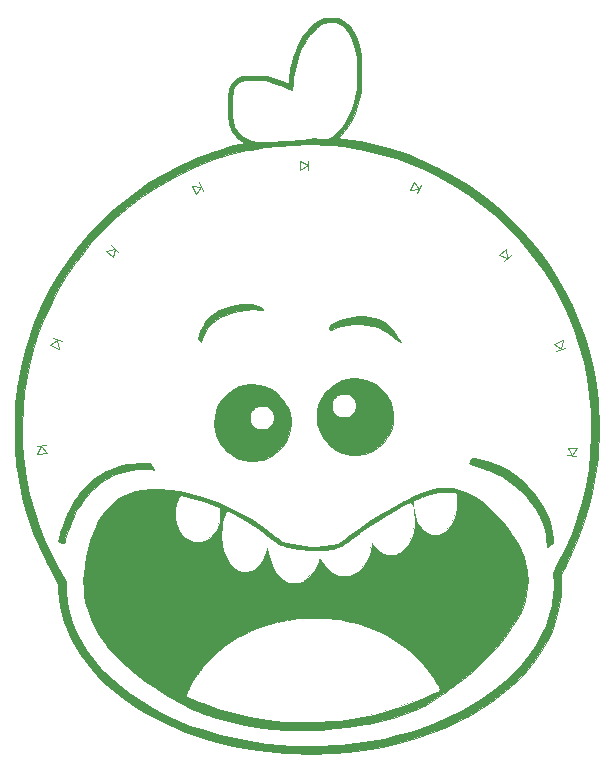
<source format=gto>
G04 #@! TF.FileFunction,Legend,Top*
%FSLAX46Y46*%
G04 Gerber Fmt 4.6, Leading zero omitted, Abs format (unit mm)*
G04 Created by KiCad (PCBNEW 4.0.7) date 06/01/18 21:32:27*
%MOMM*%
%LPD*%
G01*
G04 APERTURE LIST*
%ADD10C,0.100000*%
%ADD11C,0.010000*%
%ADD12C,0.150000*%
%ADD13C,2.100000*%
%ADD14O,2.100000X2.100000*%
%ADD15R,2.400000X2.100000*%
G04 APERTURE END LIST*
D10*
D11*
G36*
X102063127Y-65571940D02*
X102409723Y-65799780D01*
X102719079Y-66102037D01*
X102990077Y-66476552D01*
X103221593Y-66921165D01*
X103412507Y-67433718D01*
X103561698Y-68012050D01*
X103668045Y-68654004D01*
X103669556Y-68666096D01*
X103688021Y-68874156D01*
X103701447Y-69148326D01*
X103709953Y-69471225D01*
X103713656Y-69825478D01*
X103712677Y-70193705D01*
X103707134Y-70558528D01*
X103697145Y-70902571D01*
X103682830Y-71208454D01*
X103664307Y-71458800D01*
X103649585Y-71586935D01*
X103532128Y-72212872D01*
X103361161Y-72833240D01*
X103142617Y-73434741D01*
X102882433Y-74004079D01*
X102586541Y-74527957D01*
X102260877Y-74993077D01*
X101989025Y-75307555D01*
X101745627Y-75561514D01*
X102147794Y-75610676D01*
X103556840Y-75825112D01*
X104944612Y-76120257D01*
X106308043Y-76494138D01*
X107644062Y-76944778D01*
X108949603Y-77470202D01*
X110221597Y-78068434D01*
X111456976Y-78737499D01*
X112652672Y-79475421D01*
X113805615Y-80280225D01*
X114912739Y-81149935D01*
X115970975Y-82082575D01*
X116977255Y-83076171D01*
X117928510Y-84128745D01*
X118821673Y-85238324D01*
X119653674Y-86402930D01*
X120180717Y-87221688D01*
X120885179Y-88439152D01*
X121513315Y-89682807D01*
X122066301Y-90956131D01*
X122545312Y-92262603D01*
X122951524Y-93605702D01*
X123286114Y-94988907D01*
X123550257Y-96415697D01*
X123725112Y-97707873D01*
X123749194Y-97979547D01*
X123768995Y-98321973D01*
X123784515Y-98721346D01*
X123795753Y-99163861D01*
X123802709Y-99635711D01*
X123805385Y-100123091D01*
X123803779Y-100612196D01*
X123797892Y-101089220D01*
X123787723Y-101540357D01*
X123773273Y-101951801D01*
X123754542Y-102309747D01*
X123731530Y-102600389D01*
X123725112Y-102660873D01*
X123522135Y-104127510D01*
X123250140Y-105546894D01*
X122908186Y-106922108D01*
X122495337Y-108256233D01*
X122010652Y-109552353D01*
X121453194Y-110813548D01*
X120925455Y-111852949D01*
X120598908Y-112459099D01*
X120603257Y-113306736D01*
X120599151Y-113782130D01*
X120582183Y-114206907D01*
X120553008Y-114566652D01*
X120541632Y-114662373D01*
X120383180Y-115556591D01*
X120143524Y-116434706D01*
X119824935Y-117294774D01*
X119429684Y-118134851D01*
X118960040Y-118952992D01*
X118418276Y-119747254D01*
X117806661Y-120515692D01*
X117127466Y-121256361D01*
X116382962Y-121967317D01*
X115575419Y-122646617D01*
X114707108Y-123292314D01*
X113780300Y-123902467D01*
X112797266Y-124475129D01*
X111760275Y-125008357D01*
X110671599Y-125500206D01*
X109533509Y-125948733D01*
X108348274Y-126351992D01*
X107118167Y-126708039D01*
X106211794Y-126932725D01*
X105033718Y-127178491D01*
X103827157Y-127377095D01*
X102576530Y-127530790D01*
X101343460Y-127636563D01*
X101119564Y-127648149D01*
X100825382Y-127657460D01*
X100475267Y-127664511D01*
X100083567Y-127669318D01*
X99664635Y-127671897D01*
X99232821Y-127672263D01*
X98802476Y-127670433D01*
X98387949Y-127666423D01*
X98003593Y-127660248D01*
X97663758Y-127651925D01*
X97382794Y-127641468D01*
X97215960Y-127631999D01*
X95714742Y-127491366D01*
X94245138Y-127284062D01*
X92810748Y-127011216D01*
X91415173Y-126673957D01*
X90062013Y-126273415D01*
X88754870Y-125810719D01*
X87497342Y-125286998D01*
X86293032Y-124703384D01*
X85145539Y-124061004D01*
X84458485Y-123629964D01*
X83526150Y-122979374D01*
X82659590Y-122293186D01*
X81860955Y-121573987D01*
X81132393Y-120824365D01*
X80476054Y-120046907D01*
X79894085Y-119244200D01*
X79388637Y-118418833D01*
X78961857Y-117573392D01*
X78615895Y-116710465D01*
X78549829Y-116515439D01*
X78350401Y-115829544D01*
X78200439Y-115146390D01*
X78103085Y-114483843D01*
X78061485Y-113859771D01*
X78060127Y-113732943D01*
X78060127Y-113294683D01*
X77749246Y-112772028D01*
X77078813Y-111564151D01*
X76474675Y-110308517D01*
X75939891Y-109013665D01*
X75477518Y-107688138D01*
X75090617Y-106340476D01*
X74782244Y-104979221D01*
X74613625Y-104015540D01*
X74553425Y-103616164D01*
X74503377Y-103263345D01*
X74462561Y-102943303D01*
X74430057Y-102642260D01*
X74404946Y-102346437D01*
X74386309Y-102042056D01*
X74373224Y-101715337D01*
X74364772Y-101352502D01*
X74360034Y-100939772D01*
X74358090Y-100463369D01*
X74357878Y-100184373D01*
X74358490Y-99813199D01*
X74968310Y-99813199D01*
X74984676Y-101185179D01*
X75077365Y-102545424D01*
X75121034Y-102957207D01*
X75323183Y-104351658D01*
X75605967Y-105730421D01*
X75967631Y-107088368D01*
X76406423Y-108420372D01*
X76920587Y-109721308D01*
X77508369Y-110986048D01*
X78168014Y-112209466D01*
X78448136Y-112680445D01*
X78737460Y-113153851D01*
X78737595Y-113823445D01*
X78744995Y-114225752D01*
X78769672Y-114585441D01*
X78815610Y-114933748D01*
X78886790Y-115301906D01*
X78971809Y-115660516D01*
X79228888Y-116509799D01*
X79567473Y-117343645D01*
X79985424Y-118159733D01*
X80480603Y-118955742D01*
X81050872Y-119729350D01*
X81694090Y-120478237D01*
X82408119Y-121200080D01*
X83190820Y-121892559D01*
X84040055Y-122553351D01*
X84953683Y-123180137D01*
X85929567Y-123770593D01*
X86942197Y-124310718D01*
X88055183Y-124827950D01*
X89229249Y-125297758D01*
X90453463Y-125717247D01*
X91716894Y-126083523D01*
X93008611Y-126393691D01*
X94317683Y-126644856D01*
X95633178Y-126834125D01*
X96940794Y-126958365D01*
X97182603Y-126975530D01*
X97407904Y-126991978D01*
X97596980Y-127006238D01*
X97730111Y-127016837D01*
X97766294Y-127019999D01*
X97909095Y-127027944D01*
X98124639Y-127032877D01*
X98401065Y-127035017D01*
X98726511Y-127034583D01*
X99089115Y-127031793D01*
X99477015Y-127026866D01*
X99878349Y-127020020D01*
X100281256Y-127011475D01*
X100673874Y-127001449D01*
X101044341Y-126990161D01*
X101380796Y-126977829D01*
X101671376Y-126964672D01*
X101904219Y-126950908D01*
X102020794Y-126941571D01*
X103270368Y-126803079D01*
X104460365Y-126626337D01*
X105608511Y-126407633D01*
X106732529Y-126143260D01*
X107850144Y-125829505D01*
X108810947Y-125520325D01*
X109969751Y-125093098D01*
X111085149Y-124614898D01*
X112152994Y-124088551D01*
X113169137Y-123516884D01*
X114129428Y-122902721D01*
X115029721Y-122248890D01*
X115865865Y-121558217D01*
X116633714Y-120833528D01*
X117329117Y-120077649D01*
X117944683Y-119297873D01*
X118483551Y-118492079D01*
X118939685Y-117670669D01*
X119313893Y-116831775D01*
X119606981Y-115973532D01*
X119819759Y-115094074D01*
X119859925Y-114874040D01*
X119926497Y-114456049D01*
X119977835Y-114072658D01*
X120013037Y-113733878D01*
X120031201Y-113449721D01*
X120031426Y-113230198D01*
X120018744Y-113111188D01*
X119988886Y-112935452D01*
X119960397Y-112733036D01*
X119947213Y-112620431D01*
X119919629Y-112356490D01*
X120302351Y-111646765D01*
X120948075Y-110362223D01*
X121512316Y-109054733D01*
X121994969Y-107724703D01*
X122395934Y-106372539D01*
X122715107Y-104998650D01*
X122952385Y-103603442D01*
X123107667Y-102187322D01*
X123180850Y-100750698D01*
X123187116Y-100184373D01*
X123145672Y-98742931D01*
X123021892Y-97319535D01*
X122816603Y-95916349D01*
X122530632Y-94535533D01*
X122164806Y-93179251D01*
X121719952Y-91849665D01*
X121196897Y-90548937D01*
X120596468Y-89279229D01*
X119919493Y-88042703D01*
X119166798Y-86841522D01*
X118339211Y-85677848D01*
X117437558Y-84553843D01*
X117029133Y-84085327D01*
X116061347Y-83064778D01*
X115037666Y-82105511D01*
X113961847Y-81209506D01*
X112837648Y-80378739D01*
X111668828Y-79615188D01*
X110459144Y-78920830D01*
X109212354Y-78297644D01*
X107932217Y-77747605D01*
X106622490Y-77272693D01*
X105286932Y-76874885D01*
X103929301Y-76556158D01*
X102553354Y-76318489D01*
X102172742Y-76267665D01*
X101343721Y-76175983D01*
X100559914Y-76113563D01*
X99829260Y-76080726D01*
X99159701Y-76077790D01*
X98559176Y-76105076D01*
X98422460Y-76116501D01*
X98255393Y-76130400D01*
X98021263Y-76147807D01*
X97737541Y-76167533D01*
X97421702Y-76188385D01*
X97091218Y-76209175D01*
X96846580Y-76223873D01*
X96355344Y-76255747D01*
X95925367Y-76291211D01*
X95533242Y-76333400D01*
X95155562Y-76385450D01*
X94768920Y-76450496D01*
X94349911Y-76531676D01*
X93998627Y-76605400D01*
X92615076Y-76945606D01*
X91262157Y-77364057D01*
X89942282Y-77859171D01*
X88657863Y-78429368D01*
X87411310Y-79073066D01*
X86205036Y-79788685D01*
X85041451Y-80574644D01*
X83922968Y-81429363D01*
X82851998Y-82351260D01*
X81830952Y-83338754D01*
X80862242Y-84390265D01*
X79948279Y-85504212D01*
X79488363Y-86117366D01*
X78740444Y-87215186D01*
X78049327Y-88370606D01*
X77418953Y-89575090D01*
X76853263Y-90820102D01*
X76356198Y-92097105D01*
X75931697Y-93397563D01*
X75652426Y-94427040D01*
X75370325Y-95736406D01*
X75161817Y-97077858D01*
X75027584Y-98440441D01*
X74968310Y-99813199D01*
X74358490Y-99813199D01*
X74358728Y-99669200D01*
X74361891Y-99224904D01*
X74368286Y-98837705D01*
X74378834Y-98493825D01*
X74394454Y-98179485D01*
X74416067Y-97880907D01*
X74444591Y-97584312D01*
X74480947Y-97275920D01*
X74526054Y-96941955D01*
X74580833Y-96568635D01*
X74613625Y-96353207D01*
X74870377Y-94955930D01*
X75206637Y-93583364D01*
X75620107Y-92238388D01*
X76108493Y-90923880D01*
X76669497Y-89642717D01*
X77300824Y-88397779D01*
X78000178Y-87191943D01*
X78765263Y-86028088D01*
X79593782Y-84909092D01*
X80483439Y-83837833D01*
X81431939Y-82817190D01*
X82436985Y-81850040D01*
X83496282Y-80939263D01*
X84607532Y-80087736D01*
X85768441Y-79298338D01*
X86976711Y-78573947D01*
X88230048Y-77917441D01*
X89526154Y-77331699D01*
X89913460Y-77173986D01*
X90489917Y-76954751D01*
X91101924Y-76739662D01*
X91727003Y-76535796D01*
X92342672Y-76350229D01*
X92926454Y-76190037D01*
X93418336Y-76070643D01*
X93854046Y-75973036D01*
X93660190Y-75874516D01*
X93446724Y-75738279D01*
X93222989Y-75548990D01*
X93011012Y-75329334D01*
X92832816Y-75102000D01*
X92715900Y-74901806D01*
X92636134Y-74723074D01*
X92572824Y-74563089D01*
X92524089Y-74408705D01*
X92488047Y-74246780D01*
X92462814Y-74064167D01*
X92446508Y-73847725D01*
X92437247Y-73584308D01*
X92433149Y-73260772D01*
X92432318Y-72921707D01*
X92432352Y-72912813D01*
X92856083Y-72912813D01*
X92856085Y-72921707D01*
X92858044Y-73287219D01*
X92865006Y-73583005D01*
X92879173Y-73823961D01*
X92902748Y-74024979D01*
X92937930Y-74200956D01*
X92986924Y-74366784D01*
X93051929Y-74537359D01*
X93117133Y-74687674D01*
X93267427Y-74933718D01*
X93486162Y-75170610D01*
X93757157Y-75386383D01*
X94064233Y-75569068D01*
X94391210Y-75706696D01*
X94561168Y-75755863D01*
X94709982Y-75783658D01*
X94895930Y-75802676D01*
X95126516Y-75812926D01*
X95409242Y-75814414D01*
X95751610Y-75807148D01*
X96161123Y-75791136D01*
X96645284Y-75766384D01*
X96792627Y-75758039D01*
X97323095Y-75726349D01*
X97779126Y-75696531D01*
X98170902Y-75667712D01*
X98508609Y-75639022D01*
X98802431Y-75609586D01*
X99062552Y-75578535D01*
X99299157Y-75544994D01*
X99322337Y-75541404D01*
X99540088Y-75511121D01*
X99702211Y-75499325D01*
X99835562Y-75505413D01*
X99959547Y-75527099D01*
X100116721Y-75550071D01*
X100315873Y-75562599D01*
X100514676Y-75562064D01*
X100520171Y-75561819D01*
X100728844Y-75544765D01*
X100892682Y-75509657D01*
X101051088Y-75446941D01*
X101106908Y-75419561D01*
X101396567Y-75231727D01*
X101682170Y-74968168D01*
X101958983Y-74637823D01*
X102222273Y-74249631D01*
X102467306Y-73812531D01*
X102689347Y-73335462D01*
X102883664Y-72827363D01*
X103045521Y-72297173D01*
X103170186Y-71753830D01*
X103226251Y-71417602D01*
X103250133Y-71191774D01*
X103268547Y-70901420D01*
X103281341Y-70566512D01*
X103288360Y-70207023D01*
X103289449Y-69842926D01*
X103284454Y-69494193D01*
X103273220Y-69180799D01*
X103255593Y-68922715D01*
X103246223Y-68835429D01*
X103144925Y-68207733D01*
X103005913Y-67648442D01*
X102829995Y-67159209D01*
X102617978Y-66741686D01*
X102370669Y-66397525D01*
X102088877Y-66128377D01*
X101846409Y-65971973D01*
X101737998Y-65918407D01*
X101641561Y-65883650D01*
X101533876Y-65863686D01*
X101391717Y-65854498D01*
X101191859Y-65852069D01*
X101152960Y-65852040D01*
X100943972Y-65853488D01*
X100794819Y-65860995D01*
X100680679Y-65879300D01*
X100576733Y-65913147D01*
X100458157Y-65967275D01*
X100401069Y-65995668D01*
X100034658Y-66224389D01*
X99687914Y-66529652D01*
X99363883Y-66904979D01*
X99065611Y-67343893D01*
X98796147Y-67839916D01*
X98558536Y-68386572D01*
X98355826Y-68977381D01*
X98191064Y-69605868D01*
X98067296Y-70265554D01*
X97987570Y-70949961D01*
X97972762Y-71158045D01*
X97954681Y-71391946D01*
X97933838Y-71542392D01*
X97910040Y-71610558D01*
X97897388Y-71614343D01*
X97674067Y-71519644D01*
X97409642Y-71412025D01*
X97120508Y-71297718D01*
X96823060Y-71182952D01*
X96533694Y-71073959D01*
X96268805Y-70976969D01*
X96044788Y-70898214D01*
X95878039Y-70843923D01*
X95844126Y-70834033D01*
X95696117Y-70794187D01*
X95566786Y-70764888D01*
X95438726Y-70744530D01*
X95294524Y-70731506D01*
X95116773Y-70724210D01*
X94888062Y-70721035D01*
X94612460Y-70720373D01*
X94324749Y-70720973D01*
X94107500Y-70723662D01*
X93946514Y-70729777D01*
X93827590Y-70740651D01*
X93736528Y-70757620D01*
X93659127Y-70782020D01*
X93581186Y-70815186D01*
X93575294Y-70817893D01*
X93392150Y-70914145D01*
X93241843Y-71023967D01*
X93121360Y-71156169D01*
X93027689Y-71319562D01*
X92957818Y-71522959D01*
X92908734Y-71775172D01*
X92877425Y-72085010D01*
X92860878Y-72461287D01*
X92856083Y-72912813D01*
X92432352Y-72912813D01*
X92433866Y-72517776D01*
X92439397Y-72187189D01*
X92450218Y-71918664D01*
X92467632Y-71700920D01*
X92492946Y-71522674D01*
X92527464Y-71372647D01*
X92572491Y-71239556D01*
X92629332Y-71112121D01*
X92645346Y-71080207D01*
X92808348Y-70840641D01*
X93033427Y-70623031D01*
X93298000Y-70448272D01*
X93363627Y-70415605D01*
X93617627Y-70297040D01*
X94612460Y-70297040D01*
X94932176Y-70297487D01*
X95181793Y-70299613D01*
X95375878Y-70304592D01*
X95528997Y-70313602D01*
X95655716Y-70327817D01*
X95770602Y-70348414D01*
X95888222Y-70376569D01*
X96010399Y-70409885D01*
X96211534Y-70471382D01*
X96458890Y-70554750D01*
X96720690Y-70648919D01*
X96958938Y-70740334D01*
X97190507Y-70831250D01*
X97355227Y-70888880D01*
X97464503Y-70912263D01*
X97529740Y-70900437D01*
X97562343Y-70852440D01*
X97573719Y-70767308D01*
X97575145Y-70688345D01*
X97585228Y-70520785D01*
X97612115Y-70292327D01*
X97652357Y-70024279D01*
X97702504Y-69737950D01*
X97759105Y-69454649D01*
X97813288Y-69217540D01*
X97964130Y-68692452D01*
X98155614Y-68166739D01*
X98378598Y-67660816D01*
X98623940Y-67195099D01*
X98882500Y-66790004D01*
X98928678Y-66726527D01*
X99189719Y-66408226D01*
X99477974Y-66113876D01*
X99775965Y-65859215D01*
X100066212Y-65659983D01*
X100185982Y-65594425D01*
X100517960Y-65428707D01*
X101787960Y-65428707D01*
X102063127Y-65571940D01*
X102063127Y-65571940D01*
G37*
X102063127Y-65571940D02*
X102409723Y-65799780D01*
X102719079Y-66102037D01*
X102990077Y-66476552D01*
X103221593Y-66921165D01*
X103412507Y-67433718D01*
X103561698Y-68012050D01*
X103668045Y-68654004D01*
X103669556Y-68666096D01*
X103688021Y-68874156D01*
X103701447Y-69148326D01*
X103709953Y-69471225D01*
X103713656Y-69825478D01*
X103712677Y-70193705D01*
X103707134Y-70558528D01*
X103697145Y-70902571D01*
X103682830Y-71208454D01*
X103664307Y-71458800D01*
X103649585Y-71586935D01*
X103532128Y-72212872D01*
X103361161Y-72833240D01*
X103142617Y-73434741D01*
X102882433Y-74004079D01*
X102586541Y-74527957D01*
X102260877Y-74993077D01*
X101989025Y-75307555D01*
X101745627Y-75561514D01*
X102147794Y-75610676D01*
X103556840Y-75825112D01*
X104944612Y-76120257D01*
X106308043Y-76494138D01*
X107644062Y-76944778D01*
X108949603Y-77470202D01*
X110221597Y-78068434D01*
X111456976Y-78737499D01*
X112652672Y-79475421D01*
X113805615Y-80280225D01*
X114912739Y-81149935D01*
X115970975Y-82082575D01*
X116977255Y-83076171D01*
X117928510Y-84128745D01*
X118821673Y-85238324D01*
X119653674Y-86402930D01*
X120180717Y-87221688D01*
X120885179Y-88439152D01*
X121513315Y-89682807D01*
X122066301Y-90956131D01*
X122545312Y-92262603D01*
X122951524Y-93605702D01*
X123286114Y-94988907D01*
X123550257Y-96415697D01*
X123725112Y-97707873D01*
X123749194Y-97979547D01*
X123768995Y-98321973D01*
X123784515Y-98721346D01*
X123795753Y-99163861D01*
X123802709Y-99635711D01*
X123805385Y-100123091D01*
X123803779Y-100612196D01*
X123797892Y-101089220D01*
X123787723Y-101540357D01*
X123773273Y-101951801D01*
X123754542Y-102309747D01*
X123731530Y-102600389D01*
X123725112Y-102660873D01*
X123522135Y-104127510D01*
X123250140Y-105546894D01*
X122908186Y-106922108D01*
X122495337Y-108256233D01*
X122010652Y-109552353D01*
X121453194Y-110813548D01*
X120925455Y-111852949D01*
X120598908Y-112459099D01*
X120603257Y-113306736D01*
X120599151Y-113782130D01*
X120582183Y-114206907D01*
X120553008Y-114566652D01*
X120541632Y-114662373D01*
X120383180Y-115556591D01*
X120143524Y-116434706D01*
X119824935Y-117294774D01*
X119429684Y-118134851D01*
X118960040Y-118952992D01*
X118418276Y-119747254D01*
X117806661Y-120515692D01*
X117127466Y-121256361D01*
X116382962Y-121967317D01*
X115575419Y-122646617D01*
X114707108Y-123292314D01*
X113780300Y-123902467D01*
X112797266Y-124475129D01*
X111760275Y-125008357D01*
X110671599Y-125500206D01*
X109533509Y-125948733D01*
X108348274Y-126351992D01*
X107118167Y-126708039D01*
X106211794Y-126932725D01*
X105033718Y-127178491D01*
X103827157Y-127377095D01*
X102576530Y-127530790D01*
X101343460Y-127636563D01*
X101119564Y-127648149D01*
X100825382Y-127657460D01*
X100475267Y-127664511D01*
X100083567Y-127669318D01*
X99664635Y-127671897D01*
X99232821Y-127672263D01*
X98802476Y-127670433D01*
X98387949Y-127666423D01*
X98003593Y-127660248D01*
X97663758Y-127651925D01*
X97382794Y-127641468D01*
X97215960Y-127631999D01*
X95714742Y-127491366D01*
X94245138Y-127284062D01*
X92810748Y-127011216D01*
X91415173Y-126673957D01*
X90062013Y-126273415D01*
X88754870Y-125810719D01*
X87497342Y-125286998D01*
X86293032Y-124703384D01*
X85145539Y-124061004D01*
X84458485Y-123629964D01*
X83526150Y-122979374D01*
X82659590Y-122293186D01*
X81860955Y-121573987D01*
X81132393Y-120824365D01*
X80476054Y-120046907D01*
X79894085Y-119244200D01*
X79388637Y-118418833D01*
X78961857Y-117573392D01*
X78615895Y-116710465D01*
X78549829Y-116515439D01*
X78350401Y-115829544D01*
X78200439Y-115146390D01*
X78103085Y-114483843D01*
X78061485Y-113859771D01*
X78060127Y-113732943D01*
X78060127Y-113294683D01*
X77749246Y-112772028D01*
X77078813Y-111564151D01*
X76474675Y-110308517D01*
X75939891Y-109013665D01*
X75477518Y-107688138D01*
X75090617Y-106340476D01*
X74782244Y-104979221D01*
X74613625Y-104015540D01*
X74553425Y-103616164D01*
X74503377Y-103263345D01*
X74462561Y-102943303D01*
X74430057Y-102642260D01*
X74404946Y-102346437D01*
X74386309Y-102042056D01*
X74373224Y-101715337D01*
X74364772Y-101352502D01*
X74360034Y-100939772D01*
X74358090Y-100463369D01*
X74357878Y-100184373D01*
X74358490Y-99813199D01*
X74968310Y-99813199D01*
X74984676Y-101185179D01*
X75077365Y-102545424D01*
X75121034Y-102957207D01*
X75323183Y-104351658D01*
X75605967Y-105730421D01*
X75967631Y-107088368D01*
X76406423Y-108420372D01*
X76920587Y-109721308D01*
X77508369Y-110986048D01*
X78168014Y-112209466D01*
X78448136Y-112680445D01*
X78737460Y-113153851D01*
X78737595Y-113823445D01*
X78744995Y-114225752D01*
X78769672Y-114585441D01*
X78815610Y-114933748D01*
X78886790Y-115301906D01*
X78971809Y-115660516D01*
X79228888Y-116509799D01*
X79567473Y-117343645D01*
X79985424Y-118159733D01*
X80480603Y-118955742D01*
X81050872Y-119729350D01*
X81694090Y-120478237D01*
X82408119Y-121200080D01*
X83190820Y-121892559D01*
X84040055Y-122553351D01*
X84953683Y-123180137D01*
X85929567Y-123770593D01*
X86942197Y-124310718D01*
X88055183Y-124827950D01*
X89229249Y-125297758D01*
X90453463Y-125717247D01*
X91716894Y-126083523D01*
X93008611Y-126393691D01*
X94317683Y-126644856D01*
X95633178Y-126834125D01*
X96940794Y-126958365D01*
X97182603Y-126975530D01*
X97407904Y-126991978D01*
X97596980Y-127006238D01*
X97730111Y-127016837D01*
X97766294Y-127019999D01*
X97909095Y-127027944D01*
X98124639Y-127032877D01*
X98401065Y-127035017D01*
X98726511Y-127034583D01*
X99089115Y-127031793D01*
X99477015Y-127026866D01*
X99878349Y-127020020D01*
X100281256Y-127011475D01*
X100673874Y-127001449D01*
X101044341Y-126990161D01*
X101380796Y-126977829D01*
X101671376Y-126964672D01*
X101904219Y-126950908D01*
X102020794Y-126941571D01*
X103270368Y-126803079D01*
X104460365Y-126626337D01*
X105608511Y-126407633D01*
X106732529Y-126143260D01*
X107850144Y-125829505D01*
X108810947Y-125520325D01*
X109969751Y-125093098D01*
X111085149Y-124614898D01*
X112152994Y-124088551D01*
X113169137Y-123516884D01*
X114129428Y-122902721D01*
X115029721Y-122248890D01*
X115865865Y-121558217D01*
X116633714Y-120833528D01*
X117329117Y-120077649D01*
X117944683Y-119297873D01*
X118483551Y-118492079D01*
X118939685Y-117670669D01*
X119313893Y-116831775D01*
X119606981Y-115973532D01*
X119819759Y-115094074D01*
X119859925Y-114874040D01*
X119926497Y-114456049D01*
X119977835Y-114072658D01*
X120013037Y-113733878D01*
X120031201Y-113449721D01*
X120031426Y-113230198D01*
X120018744Y-113111188D01*
X119988886Y-112935452D01*
X119960397Y-112733036D01*
X119947213Y-112620431D01*
X119919629Y-112356490D01*
X120302351Y-111646765D01*
X120948075Y-110362223D01*
X121512316Y-109054733D01*
X121994969Y-107724703D01*
X122395934Y-106372539D01*
X122715107Y-104998650D01*
X122952385Y-103603442D01*
X123107667Y-102187322D01*
X123180850Y-100750698D01*
X123187116Y-100184373D01*
X123145672Y-98742931D01*
X123021892Y-97319535D01*
X122816603Y-95916349D01*
X122530632Y-94535533D01*
X122164806Y-93179251D01*
X121719952Y-91849665D01*
X121196897Y-90548937D01*
X120596468Y-89279229D01*
X119919493Y-88042703D01*
X119166798Y-86841522D01*
X118339211Y-85677848D01*
X117437558Y-84553843D01*
X117029133Y-84085327D01*
X116061347Y-83064778D01*
X115037666Y-82105511D01*
X113961847Y-81209506D01*
X112837648Y-80378739D01*
X111668828Y-79615188D01*
X110459144Y-78920830D01*
X109212354Y-78297644D01*
X107932217Y-77747605D01*
X106622490Y-77272693D01*
X105286932Y-76874885D01*
X103929301Y-76556158D01*
X102553354Y-76318489D01*
X102172742Y-76267665D01*
X101343721Y-76175983D01*
X100559914Y-76113563D01*
X99829260Y-76080726D01*
X99159701Y-76077790D01*
X98559176Y-76105076D01*
X98422460Y-76116501D01*
X98255393Y-76130400D01*
X98021263Y-76147807D01*
X97737541Y-76167533D01*
X97421702Y-76188385D01*
X97091218Y-76209175D01*
X96846580Y-76223873D01*
X96355344Y-76255747D01*
X95925367Y-76291211D01*
X95533242Y-76333400D01*
X95155562Y-76385450D01*
X94768920Y-76450496D01*
X94349911Y-76531676D01*
X93998627Y-76605400D01*
X92615076Y-76945606D01*
X91262157Y-77364057D01*
X89942282Y-77859171D01*
X88657863Y-78429368D01*
X87411310Y-79073066D01*
X86205036Y-79788685D01*
X85041451Y-80574644D01*
X83922968Y-81429363D01*
X82851998Y-82351260D01*
X81830952Y-83338754D01*
X80862242Y-84390265D01*
X79948279Y-85504212D01*
X79488363Y-86117366D01*
X78740444Y-87215186D01*
X78049327Y-88370606D01*
X77418953Y-89575090D01*
X76853263Y-90820102D01*
X76356198Y-92097105D01*
X75931697Y-93397563D01*
X75652426Y-94427040D01*
X75370325Y-95736406D01*
X75161817Y-97077858D01*
X75027584Y-98440441D01*
X74968310Y-99813199D01*
X74358490Y-99813199D01*
X74358728Y-99669200D01*
X74361891Y-99224904D01*
X74368286Y-98837705D01*
X74378834Y-98493825D01*
X74394454Y-98179485D01*
X74416067Y-97880907D01*
X74444591Y-97584312D01*
X74480947Y-97275920D01*
X74526054Y-96941955D01*
X74580833Y-96568635D01*
X74613625Y-96353207D01*
X74870377Y-94955930D01*
X75206637Y-93583364D01*
X75620107Y-92238388D01*
X76108493Y-90923880D01*
X76669497Y-89642717D01*
X77300824Y-88397779D01*
X78000178Y-87191943D01*
X78765263Y-86028088D01*
X79593782Y-84909092D01*
X80483439Y-83837833D01*
X81431939Y-82817190D01*
X82436985Y-81850040D01*
X83496282Y-80939263D01*
X84607532Y-80087736D01*
X85768441Y-79298338D01*
X86976711Y-78573947D01*
X88230048Y-77917441D01*
X89526154Y-77331699D01*
X89913460Y-77173986D01*
X90489917Y-76954751D01*
X91101924Y-76739662D01*
X91727003Y-76535796D01*
X92342672Y-76350229D01*
X92926454Y-76190037D01*
X93418336Y-76070643D01*
X93854046Y-75973036D01*
X93660190Y-75874516D01*
X93446724Y-75738279D01*
X93222989Y-75548990D01*
X93011012Y-75329334D01*
X92832816Y-75102000D01*
X92715900Y-74901806D01*
X92636134Y-74723074D01*
X92572824Y-74563089D01*
X92524089Y-74408705D01*
X92488047Y-74246780D01*
X92462814Y-74064167D01*
X92446508Y-73847725D01*
X92437247Y-73584308D01*
X92433149Y-73260772D01*
X92432318Y-72921707D01*
X92432352Y-72912813D01*
X92856083Y-72912813D01*
X92856085Y-72921707D01*
X92858044Y-73287219D01*
X92865006Y-73583005D01*
X92879173Y-73823961D01*
X92902748Y-74024979D01*
X92937930Y-74200956D01*
X92986924Y-74366784D01*
X93051929Y-74537359D01*
X93117133Y-74687674D01*
X93267427Y-74933718D01*
X93486162Y-75170610D01*
X93757157Y-75386383D01*
X94064233Y-75569068D01*
X94391210Y-75706696D01*
X94561168Y-75755863D01*
X94709982Y-75783658D01*
X94895930Y-75802676D01*
X95126516Y-75812926D01*
X95409242Y-75814414D01*
X95751610Y-75807148D01*
X96161123Y-75791136D01*
X96645284Y-75766384D01*
X96792627Y-75758039D01*
X97323095Y-75726349D01*
X97779126Y-75696531D01*
X98170902Y-75667712D01*
X98508609Y-75639022D01*
X98802431Y-75609586D01*
X99062552Y-75578535D01*
X99299157Y-75544994D01*
X99322337Y-75541404D01*
X99540088Y-75511121D01*
X99702211Y-75499325D01*
X99835562Y-75505413D01*
X99959547Y-75527099D01*
X100116721Y-75550071D01*
X100315873Y-75562599D01*
X100514676Y-75562064D01*
X100520171Y-75561819D01*
X100728844Y-75544765D01*
X100892682Y-75509657D01*
X101051088Y-75446941D01*
X101106908Y-75419561D01*
X101396567Y-75231727D01*
X101682170Y-74968168D01*
X101958983Y-74637823D01*
X102222273Y-74249631D01*
X102467306Y-73812531D01*
X102689347Y-73335462D01*
X102883664Y-72827363D01*
X103045521Y-72297173D01*
X103170186Y-71753830D01*
X103226251Y-71417602D01*
X103250133Y-71191774D01*
X103268547Y-70901420D01*
X103281341Y-70566512D01*
X103288360Y-70207023D01*
X103289449Y-69842926D01*
X103284454Y-69494193D01*
X103273220Y-69180799D01*
X103255593Y-68922715D01*
X103246223Y-68835429D01*
X103144925Y-68207733D01*
X103005913Y-67648442D01*
X102829995Y-67159209D01*
X102617978Y-66741686D01*
X102370669Y-66397525D01*
X102088877Y-66128377D01*
X101846409Y-65971973D01*
X101737998Y-65918407D01*
X101641561Y-65883650D01*
X101533876Y-65863686D01*
X101391717Y-65854498D01*
X101191859Y-65852069D01*
X101152960Y-65852040D01*
X100943972Y-65853488D01*
X100794819Y-65860995D01*
X100680679Y-65879300D01*
X100576733Y-65913147D01*
X100458157Y-65967275D01*
X100401069Y-65995668D01*
X100034658Y-66224389D01*
X99687914Y-66529652D01*
X99363883Y-66904979D01*
X99065611Y-67343893D01*
X98796147Y-67839916D01*
X98558536Y-68386572D01*
X98355826Y-68977381D01*
X98191064Y-69605868D01*
X98067296Y-70265554D01*
X97987570Y-70949961D01*
X97972762Y-71158045D01*
X97954681Y-71391946D01*
X97933838Y-71542392D01*
X97910040Y-71610558D01*
X97897388Y-71614343D01*
X97674067Y-71519644D01*
X97409642Y-71412025D01*
X97120508Y-71297718D01*
X96823060Y-71182952D01*
X96533694Y-71073959D01*
X96268805Y-70976969D01*
X96044788Y-70898214D01*
X95878039Y-70843923D01*
X95844126Y-70834033D01*
X95696117Y-70794187D01*
X95566786Y-70764888D01*
X95438726Y-70744530D01*
X95294524Y-70731506D01*
X95116773Y-70724210D01*
X94888062Y-70721035D01*
X94612460Y-70720373D01*
X94324749Y-70720973D01*
X94107500Y-70723662D01*
X93946514Y-70729777D01*
X93827590Y-70740651D01*
X93736528Y-70757620D01*
X93659127Y-70782020D01*
X93581186Y-70815186D01*
X93575294Y-70817893D01*
X93392150Y-70914145D01*
X93241843Y-71023967D01*
X93121360Y-71156169D01*
X93027689Y-71319562D01*
X92957818Y-71522959D01*
X92908734Y-71775172D01*
X92877425Y-72085010D01*
X92860878Y-72461287D01*
X92856083Y-72912813D01*
X92432352Y-72912813D01*
X92433866Y-72517776D01*
X92439397Y-72187189D01*
X92450218Y-71918664D01*
X92467632Y-71700920D01*
X92492946Y-71522674D01*
X92527464Y-71372647D01*
X92572491Y-71239556D01*
X92629332Y-71112121D01*
X92645346Y-71080207D01*
X92808348Y-70840641D01*
X93033427Y-70623031D01*
X93298000Y-70448272D01*
X93363627Y-70415605D01*
X93617627Y-70297040D01*
X94612460Y-70297040D01*
X94932176Y-70297487D01*
X95181793Y-70299613D01*
X95375878Y-70304592D01*
X95528997Y-70313602D01*
X95655716Y-70327817D01*
X95770602Y-70348414D01*
X95888222Y-70376569D01*
X96010399Y-70409885D01*
X96211534Y-70471382D01*
X96458890Y-70554750D01*
X96720690Y-70648919D01*
X96958938Y-70740334D01*
X97190507Y-70831250D01*
X97355227Y-70888880D01*
X97464503Y-70912263D01*
X97529740Y-70900437D01*
X97562343Y-70852440D01*
X97573719Y-70767308D01*
X97575145Y-70688345D01*
X97585228Y-70520785D01*
X97612115Y-70292327D01*
X97652357Y-70024279D01*
X97702504Y-69737950D01*
X97759105Y-69454649D01*
X97813288Y-69217540D01*
X97964130Y-68692452D01*
X98155614Y-68166739D01*
X98378598Y-67660816D01*
X98623940Y-67195099D01*
X98882500Y-66790004D01*
X98928678Y-66726527D01*
X99189719Y-66408226D01*
X99477974Y-66113876D01*
X99775965Y-65859215D01*
X100066212Y-65659983D01*
X100185982Y-65594425D01*
X100517960Y-65428707D01*
X101787960Y-65428707D01*
X102063127Y-65571940D01*
G36*
X111091664Y-105173759D02*
X111445704Y-105216276D01*
X111986948Y-105338485D01*
X112506898Y-105514382D01*
X113013536Y-105748614D01*
X113514841Y-106045825D01*
X114018796Y-106410661D01*
X114533379Y-106847769D01*
X114977835Y-107272342D01*
X115534184Y-107867119D01*
X116042194Y-108488463D01*
X116495344Y-109126436D01*
X116887116Y-109771099D01*
X117210989Y-110412512D01*
X117460444Y-111040737D01*
X117471726Y-111074263D01*
X117598358Y-111482901D01*
X117687757Y-111846879D01*
X117744737Y-112195025D01*
X117774107Y-112556170D01*
X117780871Y-112926707D01*
X117754857Y-113572764D01*
X117679734Y-114167657D01*
X117551065Y-114732140D01*
X117364413Y-115286972D01*
X117188205Y-115699540D01*
X116880798Y-116295107D01*
X116500806Y-116914439D01*
X116054511Y-117550511D01*
X115548200Y-118196302D01*
X114988157Y-118844788D01*
X114380665Y-119488946D01*
X113732011Y-120121753D01*
X113048478Y-120736184D01*
X112336351Y-121325219D01*
X111758502Y-121767377D01*
X111516504Y-121946316D01*
X111249928Y-122143923D01*
X110986984Y-122339256D01*
X110755886Y-122511374D01*
X110699203Y-122553694D01*
X109951067Y-123067240D01*
X109146269Y-123531637D01*
X108282000Y-123948014D01*
X107355452Y-124317502D01*
X106363818Y-124641230D01*
X105304290Y-124920329D01*
X104285627Y-125135183D01*
X103953772Y-125196758D01*
X103670393Y-125246729D01*
X103413824Y-125288170D01*
X103162400Y-125324155D01*
X102894454Y-125357759D01*
X102588319Y-125392056D01*
X102222332Y-125430120D01*
X102168844Y-125435544D01*
X101875603Y-125467425D01*
X101572924Y-125504163D01*
X101285903Y-125542452D01*
X101039636Y-125578986D01*
X100898960Y-125602842D01*
X100677896Y-125634159D01*
X100386697Y-125661005D01*
X100039794Y-125683011D01*
X99651620Y-125699806D01*
X99236606Y-125711019D01*
X98809186Y-125716281D01*
X98383790Y-125715219D01*
X97974850Y-125707465D01*
X97596799Y-125692648D01*
X97533460Y-125689220D01*
X96151484Y-125576502D01*
X94784665Y-125396854D01*
X93445024Y-125152412D01*
X92144584Y-124845307D01*
X91133574Y-124553760D01*
X90749543Y-124430817D01*
X90421573Y-124318689D01*
X90125795Y-124207736D01*
X89838340Y-124088318D01*
X89535338Y-123950795D01*
X89192919Y-123785526D01*
X89024460Y-123701955D01*
X88105157Y-123220502D01*
X87297913Y-122757530D01*
X88939794Y-122757530D01*
X88941909Y-122772389D01*
X88954226Y-122788174D01*
X88985698Y-122808899D01*
X89045279Y-122838575D01*
X89141923Y-122881214D01*
X89284585Y-122940828D01*
X89482218Y-123021429D01*
X89743777Y-123127031D01*
X89947108Y-123208884D01*
X91227048Y-123679280D01*
X92551507Y-124078466D01*
X93918496Y-124405983D01*
X95326031Y-124661372D01*
X96772123Y-124844174D01*
X97194794Y-124883235D01*
X97408503Y-124896145D01*
X97692828Y-124905431D01*
X98034397Y-124911268D01*
X98419838Y-124913831D01*
X98835781Y-124913294D01*
X99268855Y-124909830D01*
X99705687Y-124903614D01*
X100132907Y-124894821D01*
X100537143Y-124883624D01*
X100905024Y-124870197D01*
X101223180Y-124854716D01*
X101478237Y-124837353D01*
X101597460Y-124825875D01*
X103076315Y-124619911D01*
X104510220Y-124342533D01*
X105900134Y-123993465D01*
X107247016Y-123572433D01*
X108551824Y-123079161D01*
X109815518Y-122513375D01*
X110032423Y-122406928D01*
X110135732Y-122355056D01*
X110205235Y-122310011D01*
X110239823Y-122258861D01*
X110238386Y-122188675D01*
X110199814Y-122086522D01*
X110122998Y-121939470D01*
X110006828Y-121734588D01*
X109969063Y-121668540D01*
X109500847Y-120933180D01*
X108961718Y-120238928D01*
X108356524Y-119589093D01*
X107690114Y-118986984D01*
X106967334Y-118435913D01*
X106193034Y-117939187D01*
X105372061Y-117500116D01*
X104509263Y-117122011D01*
X103609490Y-116808181D01*
X102677587Y-116561935D01*
X102403723Y-116503979D01*
X101862233Y-116405194D01*
X101349074Y-116333048D01*
X100836225Y-116284894D01*
X100295665Y-116258086D01*
X99713627Y-116249976D01*
X98688859Y-116283058D01*
X97708998Y-116383656D01*
X96765287Y-116553797D01*
X95848971Y-116795507D01*
X94951293Y-117110815D01*
X94063497Y-117501746D01*
X93850460Y-117607282D01*
X93033883Y-118062479D01*
X92267583Y-118574953D01*
X91556542Y-119140121D01*
X90905740Y-119753402D01*
X90320159Y-120410212D01*
X89804780Y-121105972D01*
X89481269Y-121626207D01*
X89376374Y-121815441D01*
X89268099Y-122022040D01*
X89164003Y-122230215D01*
X89071643Y-122424176D01*
X88998575Y-122588133D01*
X88952358Y-122706295D01*
X88939794Y-122757530D01*
X87297913Y-122757530D01*
X87207639Y-122705756D01*
X86340418Y-122163830D01*
X85512009Y-121600836D01*
X84730926Y-121022886D01*
X84005683Y-120436092D01*
X83344795Y-119846567D01*
X82756774Y-119260423D01*
X82597591Y-119088078D01*
X82258952Y-118701847D01*
X81972752Y-118346231D01*
X81724411Y-118000101D01*
X81499349Y-117642332D01*
X81282987Y-117251797D01*
X81150164Y-116990707D01*
X80808468Y-116238144D01*
X80539892Y-115508773D01*
X80345420Y-114805981D01*
X80226038Y-114133153D01*
X80187714Y-113682653D01*
X80185185Y-113091052D01*
X80225419Y-112446069D01*
X80305622Y-111765688D01*
X80423003Y-111067895D01*
X80574768Y-110370672D01*
X80758124Y-109692006D01*
X80855832Y-109380259D01*
X81129953Y-108650324D01*
X81449146Y-107991249D01*
X81813198Y-107403295D01*
X81953261Y-107226260D01*
X88014583Y-107226260D01*
X88014655Y-107538034D01*
X88034593Y-107833206D01*
X88074041Y-108077301D01*
X88205839Y-108477529D01*
X88399678Y-108839528D01*
X88647415Y-109153432D01*
X88940911Y-109409375D01*
X89272024Y-109597491D01*
X89356531Y-109631579D01*
X89516930Y-109665799D01*
X89754297Y-109678609D01*
X89913460Y-109676457D01*
X90112856Y-109667303D01*
X90256908Y-109650328D01*
X90374934Y-109618690D01*
X90496252Y-109565546D01*
X90583659Y-109520040D01*
X90882956Y-109314290D01*
X91076784Y-109115754D01*
X91945460Y-109115754D01*
X91976477Y-109729748D01*
X92069250Y-110289355D01*
X92223364Y-110793339D01*
X92438405Y-111240466D01*
X92713957Y-111629499D01*
X92834460Y-111761858D01*
X93050890Y-111961007D01*
X93257017Y-112093937D01*
X93477850Y-112171379D01*
X93738392Y-112204069D01*
X93871627Y-112207040D01*
X94157480Y-112190595D01*
X94392653Y-112134105D01*
X94602152Y-112026837D01*
X94810984Y-111858057D01*
X94908794Y-111761858D01*
X95172437Y-111446871D01*
X95387807Y-111088564D01*
X95560381Y-110675721D01*
X95695636Y-110197124D01*
X95714642Y-110111540D01*
X95751103Y-109945795D01*
X95774182Y-109856410D01*
X95787091Y-109836721D01*
X95793047Y-109880064D01*
X95794815Y-109945330D01*
X95803556Y-110075740D01*
X95824330Y-110257553D01*
X95853306Y-110459006D01*
X95866148Y-110536881D01*
X95983944Y-111062369D01*
X96147564Y-111546635D01*
X96352648Y-111983143D01*
X96594840Y-112365357D01*
X96869780Y-112686741D01*
X97173112Y-112940758D01*
X97500478Y-113120871D01*
X97618127Y-113164653D01*
X97707667Y-113179135D01*
X97855249Y-113187862D01*
X98034370Y-113189559D01*
X98104960Y-113188101D01*
X98300860Y-113178975D01*
X98443445Y-113160378D01*
X98564040Y-113124874D01*
X98693974Y-113065032D01*
X98751867Y-113034602D01*
X98985169Y-112879058D01*
X99224871Y-112665556D01*
X99449342Y-112416031D01*
X99636950Y-112152417D01*
X99660322Y-112113447D01*
X99733954Y-111977542D01*
X99816888Y-111809166D01*
X99900481Y-111627940D01*
X99976089Y-111453484D01*
X100035070Y-111305419D01*
X100068782Y-111203366D01*
X100073460Y-111175572D01*
X100087461Y-111107638D01*
X100117200Y-111018008D01*
X100140473Y-110964620D01*
X100163356Y-110951130D01*
X100195430Y-110987164D01*
X100246275Y-111082346D01*
X100307854Y-111209524D01*
X100545908Y-111622383D01*
X100832079Y-111966357D01*
X101168538Y-112243675D01*
X101494955Y-112428310D01*
X101609998Y-112478999D01*
X101712171Y-112512606D01*
X101823846Y-112532592D01*
X101967397Y-112542420D01*
X102165195Y-112545552D01*
X102253627Y-112545707D01*
X102473707Y-112544394D01*
X102631866Y-112537913D01*
X102750839Y-112522453D01*
X102853361Y-112494198D01*
X102962167Y-112449338D01*
X103036794Y-112414359D01*
X103412192Y-112188938D01*
X103739947Y-111895259D01*
X104017494Y-111536731D01*
X104242270Y-111116764D01*
X104411710Y-110638769D01*
X104433543Y-110557018D01*
X104476557Y-110347253D01*
X104507105Y-110118906D01*
X104518460Y-109925205D01*
X104518460Y-109625413D01*
X104686584Y-109882718D01*
X104919656Y-110184211D01*
X105191509Y-110443055D01*
X105480592Y-110638911D01*
X105497089Y-110647728D01*
X105608590Y-110702578D01*
X105707925Y-110737650D01*
X105819475Y-110757296D01*
X105967616Y-110765864D01*
X106169460Y-110767707D01*
X106376425Y-110765729D01*
X106523138Y-110756896D01*
X106633979Y-110736858D01*
X106733324Y-110701265D01*
X106841832Y-110647728D01*
X107168969Y-110428641D01*
X107459061Y-110138522D01*
X107707298Y-109784631D01*
X107908869Y-109374225D01*
X108058962Y-108914565D01*
X108095935Y-108755410D01*
X108144677Y-108416743D01*
X108162251Y-108034591D01*
X108150160Y-107635185D01*
X108109906Y-107244761D01*
X108042992Y-106889551D01*
X107975979Y-106661373D01*
X107925464Y-106549821D01*
X107870400Y-106504500D01*
X107826483Y-106501978D01*
X107751705Y-106527127D01*
X107614421Y-106589924D01*
X107424944Y-106684819D01*
X107193586Y-106806260D01*
X106930656Y-106948697D01*
X106646469Y-107106578D01*
X106351334Y-107274352D01*
X106055563Y-107446469D01*
X105895704Y-107541362D01*
X105372472Y-107862654D01*
X104825741Y-108213559D01*
X104273481Y-108581762D01*
X103733664Y-108954950D01*
X103224261Y-109320810D01*
X102763242Y-109667028D01*
X102552211Y-109832332D01*
X102352791Y-109986665D01*
X102193905Y-110096572D01*
X102053707Y-110174872D01*
X101910348Y-110234383D01*
X101810954Y-110267263D01*
X101185534Y-110428332D01*
X100543977Y-110527827D01*
X99877424Y-110565911D01*
X99177016Y-110542750D01*
X98433894Y-110458507D01*
X97776912Y-110342029D01*
X97471375Y-110278546D01*
X97232946Y-110223742D01*
X97045457Y-110171010D01*
X96892742Y-110113749D01*
X96758632Y-110045352D01*
X96626960Y-109959215D01*
X96481558Y-109848735D01*
X96390460Y-109775673D01*
X95727106Y-109256941D01*
X95077820Y-108788157D01*
X94418749Y-108353659D01*
X93726034Y-107937786D01*
X92975822Y-107524877D01*
X92905211Y-107487611D01*
X92680374Y-107368436D01*
X92518915Y-107287075D01*
X92407355Y-107245832D01*
X92332212Y-107247010D01*
X92280005Y-107292912D01*
X92237254Y-107385842D01*
X92190478Y-107528103D01*
X92162673Y-107614476D01*
X92050737Y-108020685D01*
X91980671Y-108439376D01*
X91948567Y-108897561D01*
X91945460Y-109115754D01*
X91076784Y-109115754D01*
X91149586Y-109041185D01*
X91373207Y-108715038D01*
X91543478Y-108350166D01*
X91625879Y-108077301D01*
X91655185Y-107905773D01*
X91677425Y-107684033D01*
X91689522Y-107446439D01*
X91690834Y-107352278D01*
X91691460Y-106900183D01*
X91151710Y-106690003D01*
X90497136Y-106451717D01*
X89810089Y-106231770D01*
X89135619Y-106044362D01*
X88983189Y-106006427D01*
X88782594Y-105958208D01*
X88612651Y-105918269D01*
X88489779Y-105890403D01*
X88430401Y-105878404D01*
X88428084Y-105878207D01*
X88390393Y-105915130D01*
X88333867Y-106013225D01*
X88266850Y-106153479D01*
X88197689Y-106316879D01*
X88134729Y-106484411D01*
X88086317Y-106637063D01*
X88074041Y-106684779D01*
X88034379Y-106930852D01*
X88014583Y-107226260D01*
X81953261Y-107226260D01*
X82221892Y-106886721D01*
X82675013Y-106441788D01*
X83172346Y-106068755D01*
X83713676Y-105767883D01*
X83923294Y-105675633D01*
X84538277Y-105467450D01*
X85202018Y-105328374D01*
X85914373Y-105258396D01*
X86675194Y-105257510D01*
X87484336Y-105325707D01*
X88341653Y-105462980D01*
X89246999Y-105669321D01*
X90200228Y-105944722D01*
X90433530Y-106020242D01*
X91458114Y-106396317D01*
X92486340Y-106847043D01*
X93503775Y-107364358D01*
X94495991Y-107940196D01*
X95448555Y-108566495D01*
X96347039Y-109235190D01*
X96697266Y-109520433D01*
X96850585Y-109642957D01*
X96978073Y-109724926D01*
X97112842Y-109782972D01*
X97288002Y-109833729D01*
X97353433Y-109850035D01*
X97834547Y-109954192D01*
X98365420Y-110045577D01*
X98911458Y-110118666D01*
X99253312Y-110153327D01*
X99903279Y-110174168D01*
X100571277Y-110128261D01*
X101228849Y-110018657D01*
X101724460Y-109888351D01*
X101842957Y-109833447D01*
X102015853Y-109727519D01*
X102234616Y-109576184D01*
X102490718Y-109385060D01*
X102503482Y-109375231D01*
X103509974Y-108629787D01*
X104541626Y-107925022D01*
X105583410Y-107270415D01*
X106620301Y-106675444D01*
X107321910Y-106310765D01*
X108159127Y-106310765D01*
X108159127Y-106556429D01*
X108188143Y-106930302D01*
X108269380Y-107331953D01*
X108394124Y-107730377D01*
X108553661Y-108094572D01*
X108629993Y-108231611D01*
X108763412Y-108420094D01*
X108932478Y-108610929D01*
X109117863Y-108786068D01*
X109300237Y-108927461D01*
X109460272Y-109017059D01*
X109478591Y-109024019D01*
X109697418Y-109073415D01*
X109955191Y-109089759D01*
X110212864Y-109072945D01*
X110420674Y-109026611D01*
X110592992Y-108939674D01*
X110786595Y-108796584D01*
X110981887Y-108615331D01*
X111159274Y-108413905D01*
X111286594Y-108231611D01*
X111488951Y-107829870D01*
X111633309Y-107389497D01*
X111721839Y-106901390D01*
X111756712Y-106356445D01*
X111757460Y-106256972D01*
X111757052Y-106023841D01*
X111748005Y-105854797D01*
X111718585Y-105739070D01*
X111657060Y-105665893D01*
X111551695Y-105624496D01*
X111390757Y-105604113D01*
X111162513Y-105593973D01*
X111030424Y-105589743D01*
X110660610Y-105589315D01*
X110309953Y-105615935D01*
X109960971Y-105673373D01*
X109596180Y-105765403D01*
X109198095Y-105895794D01*
X108749233Y-106068319D01*
X108679161Y-106096947D01*
X108159127Y-106310765D01*
X107321910Y-106310765D01*
X107545294Y-106194656D01*
X108187427Y-105891469D01*
X108773412Y-105643485D01*
X109309834Y-105449050D01*
X109803283Y-105306513D01*
X110260345Y-105214220D01*
X110687610Y-105170520D01*
X111091664Y-105173759D01*
X111091664Y-105173759D01*
G37*
X111091664Y-105173759D02*
X111445704Y-105216276D01*
X111986948Y-105338485D01*
X112506898Y-105514382D01*
X113013536Y-105748614D01*
X113514841Y-106045825D01*
X114018796Y-106410661D01*
X114533379Y-106847769D01*
X114977835Y-107272342D01*
X115534184Y-107867119D01*
X116042194Y-108488463D01*
X116495344Y-109126436D01*
X116887116Y-109771099D01*
X117210989Y-110412512D01*
X117460444Y-111040737D01*
X117471726Y-111074263D01*
X117598358Y-111482901D01*
X117687757Y-111846879D01*
X117744737Y-112195025D01*
X117774107Y-112556170D01*
X117780871Y-112926707D01*
X117754857Y-113572764D01*
X117679734Y-114167657D01*
X117551065Y-114732140D01*
X117364413Y-115286972D01*
X117188205Y-115699540D01*
X116880798Y-116295107D01*
X116500806Y-116914439D01*
X116054511Y-117550511D01*
X115548200Y-118196302D01*
X114988157Y-118844788D01*
X114380665Y-119488946D01*
X113732011Y-120121753D01*
X113048478Y-120736184D01*
X112336351Y-121325219D01*
X111758502Y-121767377D01*
X111516504Y-121946316D01*
X111249928Y-122143923D01*
X110986984Y-122339256D01*
X110755886Y-122511374D01*
X110699203Y-122553694D01*
X109951067Y-123067240D01*
X109146269Y-123531637D01*
X108282000Y-123948014D01*
X107355452Y-124317502D01*
X106363818Y-124641230D01*
X105304290Y-124920329D01*
X104285627Y-125135183D01*
X103953772Y-125196758D01*
X103670393Y-125246729D01*
X103413824Y-125288170D01*
X103162400Y-125324155D01*
X102894454Y-125357759D01*
X102588319Y-125392056D01*
X102222332Y-125430120D01*
X102168844Y-125435544D01*
X101875603Y-125467425D01*
X101572924Y-125504163D01*
X101285903Y-125542452D01*
X101039636Y-125578986D01*
X100898960Y-125602842D01*
X100677896Y-125634159D01*
X100386697Y-125661005D01*
X100039794Y-125683011D01*
X99651620Y-125699806D01*
X99236606Y-125711019D01*
X98809186Y-125716281D01*
X98383790Y-125715219D01*
X97974850Y-125707465D01*
X97596799Y-125692648D01*
X97533460Y-125689220D01*
X96151484Y-125576502D01*
X94784665Y-125396854D01*
X93445024Y-125152412D01*
X92144584Y-124845307D01*
X91133574Y-124553760D01*
X90749543Y-124430817D01*
X90421573Y-124318689D01*
X90125795Y-124207736D01*
X89838340Y-124088318D01*
X89535338Y-123950795D01*
X89192919Y-123785526D01*
X89024460Y-123701955D01*
X88105157Y-123220502D01*
X87297913Y-122757530D01*
X88939794Y-122757530D01*
X88941909Y-122772389D01*
X88954226Y-122788174D01*
X88985698Y-122808899D01*
X89045279Y-122838575D01*
X89141923Y-122881214D01*
X89284585Y-122940828D01*
X89482218Y-123021429D01*
X89743777Y-123127031D01*
X89947108Y-123208884D01*
X91227048Y-123679280D01*
X92551507Y-124078466D01*
X93918496Y-124405983D01*
X95326031Y-124661372D01*
X96772123Y-124844174D01*
X97194794Y-124883235D01*
X97408503Y-124896145D01*
X97692828Y-124905431D01*
X98034397Y-124911268D01*
X98419838Y-124913831D01*
X98835781Y-124913294D01*
X99268855Y-124909830D01*
X99705687Y-124903614D01*
X100132907Y-124894821D01*
X100537143Y-124883624D01*
X100905024Y-124870197D01*
X101223180Y-124854716D01*
X101478237Y-124837353D01*
X101597460Y-124825875D01*
X103076315Y-124619911D01*
X104510220Y-124342533D01*
X105900134Y-123993465D01*
X107247016Y-123572433D01*
X108551824Y-123079161D01*
X109815518Y-122513375D01*
X110032423Y-122406928D01*
X110135732Y-122355056D01*
X110205235Y-122310011D01*
X110239823Y-122258861D01*
X110238386Y-122188675D01*
X110199814Y-122086522D01*
X110122998Y-121939470D01*
X110006828Y-121734588D01*
X109969063Y-121668540D01*
X109500847Y-120933180D01*
X108961718Y-120238928D01*
X108356524Y-119589093D01*
X107690114Y-118986984D01*
X106967334Y-118435913D01*
X106193034Y-117939187D01*
X105372061Y-117500116D01*
X104509263Y-117122011D01*
X103609490Y-116808181D01*
X102677587Y-116561935D01*
X102403723Y-116503979D01*
X101862233Y-116405194D01*
X101349074Y-116333048D01*
X100836225Y-116284894D01*
X100295665Y-116258086D01*
X99713627Y-116249976D01*
X98688859Y-116283058D01*
X97708998Y-116383656D01*
X96765287Y-116553797D01*
X95848971Y-116795507D01*
X94951293Y-117110815D01*
X94063497Y-117501746D01*
X93850460Y-117607282D01*
X93033883Y-118062479D01*
X92267583Y-118574953D01*
X91556542Y-119140121D01*
X90905740Y-119753402D01*
X90320159Y-120410212D01*
X89804780Y-121105972D01*
X89481269Y-121626207D01*
X89376374Y-121815441D01*
X89268099Y-122022040D01*
X89164003Y-122230215D01*
X89071643Y-122424176D01*
X88998575Y-122588133D01*
X88952358Y-122706295D01*
X88939794Y-122757530D01*
X87297913Y-122757530D01*
X87207639Y-122705756D01*
X86340418Y-122163830D01*
X85512009Y-121600836D01*
X84730926Y-121022886D01*
X84005683Y-120436092D01*
X83344795Y-119846567D01*
X82756774Y-119260423D01*
X82597591Y-119088078D01*
X82258952Y-118701847D01*
X81972752Y-118346231D01*
X81724411Y-118000101D01*
X81499349Y-117642332D01*
X81282987Y-117251797D01*
X81150164Y-116990707D01*
X80808468Y-116238144D01*
X80539892Y-115508773D01*
X80345420Y-114805981D01*
X80226038Y-114133153D01*
X80187714Y-113682653D01*
X80185185Y-113091052D01*
X80225419Y-112446069D01*
X80305622Y-111765688D01*
X80423003Y-111067895D01*
X80574768Y-110370672D01*
X80758124Y-109692006D01*
X80855832Y-109380259D01*
X81129953Y-108650324D01*
X81449146Y-107991249D01*
X81813198Y-107403295D01*
X81953261Y-107226260D01*
X88014583Y-107226260D01*
X88014655Y-107538034D01*
X88034593Y-107833206D01*
X88074041Y-108077301D01*
X88205839Y-108477529D01*
X88399678Y-108839528D01*
X88647415Y-109153432D01*
X88940911Y-109409375D01*
X89272024Y-109597491D01*
X89356531Y-109631579D01*
X89516930Y-109665799D01*
X89754297Y-109678609D01*
X89913460Y-109676457D01*
X90112856Y-109667303D01*
X90256908Y-109650328D01*
X90374934Y-109618690D01*
X90496252Y-109565546D01*
X90583659Y-109520040D01*
X90882956Y-109314290D01*
X91076784Y-109115754D01*
X91945460Y-109115754D01*
X91976477Y-109729748D01*
X92069250Y-110289355D01*
X92223364Y-110793339D01*
X92438405Y-111240466D01*
X92713957Y-111629499D01*
X92834460Y-111761858D01*
X93050890Y-111961007D01*
X93257017Y-112093937D01*
X93477850Y-112171379D01*
X93738392Y-112204069D01*
X93871627Y-112207040D01*
X94157480Y-112190595D01*
X94392653Y-112134105D01*
X94602152Y-112026837D01*
X94810984Y-111858057D01*
X94908794Y-111761858D01*
X95172437Y-111446871D01*
X95387807Y-111088564D01*
X95560381Y-110675721D01*
X95695636Y-110197124D01*
X95714642Y-110111540D01*
X95751103Y-109945795D01*
X95774182Y-109856410D01*
X95787091Y-109836721D01*
X95793047Y-109880064D01*
X95794815Y-109945330D01*
X95803556Y-110075740D01*
X95824330Y-110257553D01*
X95853306Y-110459006D01*
X95866148Y-110536881D01*
X95983944Y-111062369D01*
X96147564Y-111546635D01*
X96352648Y-111983143D01*
X96594840Y-112365357D01*
X96869780Y-112686741D01*
X97173112Y-112940758D01*
X97500478Y-113120871D01*
X97618127Y-113164653D01*
X97707667Y-113179135D01*
X97855249Y-113187862D01*
X98034370Y-113189559D01*
X98104960Y-113188101D01*
X98300860Y-113178975D01*
X98443445Y-113160378D01*
X98564040Y-113124874D01*
X98693974Y-113065032D01*
X98751867Y-113034602D01*
X98985169Y-112879058D01*
X99224871Y-112665556D01*
X99449342Y-112416031D01*
X99636950Y-112152417D01*
X99660322Y-112113447D01*
X99733954Y-111977542D01*
X99816888Y-111809166D01*
X99900481Y-111627940D01*
X99976089Y-111453484D01*
X100035070Y-111305419D01*
X100068782Y-111203366D01*
X100073460Y-111175572D01*
X100087461Y-111107638D01*
X100117200Y-111018008D01*
X100140473Y-110964620D01*
X100163356Y-110951130D01*
X100195430Y-110987164D01*
X100246275Y-111082346D01*
X100307854Y-111209524D01*
X100545908Y-111622383D01*
X100832079Y-111966357D01*
X101168538Y-112243675D01*
X101494955Y-112428310D01*
X101609998Y-112478999D01*
X101712171Y-112512606D01*
X101823846Y-112532592D01*
X101967397Y-112542420D01*
X102165195Y-112545552D01*
X102253627Y-112545707D01*
X102473707Y-112544394D01*
X102631866Y-112537913D01*
X102750839Y-112522453D01*
X102853361Y-112494198D01*
X102962167Y-112449338D01*
X103036794Y-112414359D01*
X103412192Y-112188938D01*
X103739947Y-111895259D01*
X104017494Y-111536731D01*
X104242270Y-111116764D01*
X104411710Y-110638769D01*
X104433543Y-110557018D01*
X104476557Y-110347253D01*
X104507105Y-110118906D01*
X104518460Y-109925205D01*
X104518460Y-109625413D01*
X104686584Y-109882718D01*
X104919656Y-110184211D01*
X105191509Y-110443055D01*
X105480592Y-110638911D01*
X105497089Y-110647728D01*
X105608590Y-110702578D01*
X105707925Y-110737650D01*
X105819475Y-110757296D01*
X105967616Y-110765864D01*
X106169460Y-110767707D01*
X106376425Y-110765729D01*
X106523138Y-110756896D01*
X106633979Y-110736858D01*
X106733324Y-110701265D01*
X106841832Y-110647728D01*
X107168969Y-110428641D01*
X107459061Y-110138522D01*
X107707298Y-109784631D01*
X107908869Y-109374225D01*
X108058962Y-108914565D01*
X108095935Y-108755410D01*
X108144677Y-108416743D01*
X108162251Y-108034591D01*
X108150160Y-107635185D01*
X108109906Y-107244761D01*
X108042992Y-106889551D01*
X107975979Y-106661373D01*
X107925464Y-106549821D01*
X107870400Y-106504500D01*
X107826483Y-106501978D01*
X107751705Y-106527127D01*
X107614421Y-106589924D01*
X107424944Y-106684819D01*
X107193586Y-106806260D01*
X106930656Y-106948697D01*
X106646469Y-107106578D01*
X106351334Y-107274352D01*
X106055563Y-107446469D01*
X105895704Y-107541362D01*
X105372472Y-107862654D01*
X104825741Y-108213559D01*
X104273481Y-108581762D01*
X103733664Y-108954950D01*
X103224261Y-109320810D01*
X102763242Y-109667028D01*
X102552211Y-109832332D01*
X102352791Y-109986665D01*
X102193905Y-110096572D01*
X102053707Y-110174872D01*
X101910348Y-110234383D01*
X101810954Y-110267263D01*
X101185534Y-110428332D01*
X100543977Y-110527827D01*
X99877424Y-110565911D01*
X99177016Y-110542750D01*
X98433894Y-110458507D01*
X97776912Y-110342029D01*
X97471375Y-110278546D01*
X97232946Y-110223742D01*
X97045457Y-110171010D01*
X96892742Y-110113749D01*
X96758632Y-110045352D01*
X96626960Y-109959215D01*
X96481558Y-109848735D01*
X96390460Y-109775673D01*
X95727106Y-109256941D01*
X95077820Y-108788157D01*
X94418749Y-108353659D01*
X93726034Y-107937786D01*
X92975822Y-107524877D01*
X92905211Y-107487611D01*
X92680374Y-107368436D01*
X92518915Y-107287075D01*
X92407355Y-107245832D01*
X92332212Y-107247010D01*
X92280005Y-107292912D01*
X92237254Y-107385842D01*
X92190478Y-107528103D01*
X92162673Y-107614476D01*
X92050737Y-108020685D01*
X91980671Y-108439376D01*
X91948567Y-108897561D01*
X91945460Y-109115754D01*
X91076784Y-109115754D01*
X91149586Y-109041185D01*
X91373207Y-108715038D01*
X91543478Y-108350166D01*
X91625879Y-108077301D01*
X91655185Y-107905773D01*
X91677425Y-107684033D01*
X91689522Y-107446439D01*
X91690834Y-107352278D01*
X91691460Y-106900183D01*
X91151710Y-106690003D01*
X90497136Y-106451717D01*
X89810089Y-106231770D01*
X89135619Y-106044362D01*
X88983189Y-106006427D01*
X88782594Y-105958208D01*
X88612651Y-105918269D01*
X88489779Y-105890403D01*
X88430401Y-105878404D01*
X88428084Y-105878207D01*
X88390393Y-105915130D01*
X88333867Y-106013225D01*
X88266850Y-106153479D01*
X88197689Y-106316879D01*
X88134729Y-106484411D01*
X88086317Y-106637063D01*
X88074041Y-106684779D01*
X88034379Y-106930852D01*
X88014583Y-107226260D01*
X81953261Y-107226260D01*
X82221892Y-106886721D01*
X82675013Y-106441788D01*
X83172346Y-106068755D01*
X83713676Y-105767883D01*
X83923294Y-105675633D01*
X84538277Y-105467450D01*
X85202018Y-105328374D01*
X85914373Y-105258396D01*
X86675194Y-105257510D01*
X87484336Y-105325707D01*
X88341653Y-105462980D01*
X89246999Y-105669321D01*
X90200228Y-105944722D01*
X90433530Y-106020242D01*
X91458114Y-106396317D01*
X92486340Y-106847043D01*
X93503775Y-107364358D01*
X94495991Y-107940196D01*
X95448555Y-108566495D01*
X96347039Y-109235190D01*
X96697266Y-109520433D01*
X96850585Y-109642957D01*
X96978073Y-109724926D01*
X97112842Y-109782972D01*
X97288002Y-109833729D01*
X97353433Y-109850035D01*
X97834547Y-109954192D01*
X98365420Y-110045577D01*
X98911458Y-110118666D01*
X99253312Y-110153327D01*
X99903279Y-110174168D01*
X100571277Y-110128261D01*
X101228849Y-110018657D01*
X101724460Y-109888351D01*
X101842957Y-109833447D01*
X102015853Y-109727519D01*
X102234616Y-109576184D01*
X102490718Y-109385060D01*
X102503482Y-109375231D01*
X103509974Y-108629787D01*
X104541626Y-107925022D01*
X105583410Y-107270415D01*
X106620301Y-106675444D01*
X107321910Y-106310765D01*
X108159127Y-106310765D01*
X108159127Y-106556429D01*
X108188143Y-106930302D01*
X108269380Y-107331953D01*
X108394124Y-107730377D01*
X108553661Y-108094572D01*
X108629993Y-108231611D01*
X108763412Y-108420094D01*
X108932478Y-108610929D01*
X109117863Y-108786068D01*
X109300237Y-108927461D01*
X109460272Y-109017059D01*
X109478591Y-109024019D01*
X109697418Y-109073415D01*
X109955191Y-109089759D01*
X110212864Y-109072945D01*
X110420674Y-109026611D01*
X110592992Y-108939674D01*
X110786595Y-108796584D01*
X110981887Y-108615331D01*
X111159274Y-108413905D01*
X111286594Y-108231611D01*
X111488951Y-107829870D01*
X111633309Y-107389497D01*
X111721839Y-106901390D01*
X111756712Y-106356445D01*
X111757460Y-106256972D01*
X111757052Y-106023841D01*
X111748005Y-105854797D01*
X111718585Y-105739070D01*
X111657060Y-105665893D01*
X111551695Y-105624496D01*
X111390757Y-105604113D01*
X111162513Y-105593973D01*
X111030424Y-105589743D01*
X110660610Y-105589315D01*
X110309953Y-105615935D01*
X109960971Y-105673373D01*
X109596180Y-105765403D01*
X109198095Y-105895794D01*
X108749233Y-106068319D01*
X108679161Y-106096947D01*
X108159127Y-106310765D01*
X107321910Y-106310765D01*
X107545294Y-106194656D01*
X108187427Y-105891469D01*
X108773412Y-105643485D01*
X109309834Y-105449050D01*
X109803283Y-105306513D01*
X110260345Y-105214220D01*
X110687610Y-105170520D01*
X111091664Y-105173759D01*
G36*
X113213541Y-102628648D02*
X113361383Y-102654817D01*
X113574860Y-102704103D01*
X113577794Y-102704801D01*
X113890526Y-102786222D01*
X114229705Y-102886587D01*
X114580447Y-103000420D01*
X114927867Y-103122249D01*
X115257081Y-103246600D01*
X115553204Y-103367998D01*
X115801353Y-103480971D01*
X115986643Y-103580044D01*
X116026270Y-103605243D01*
X116120391Y-103667581D01*
X116266689Y-103763493D01*
X116446231Y-103880603D01*
X116640078Y-104006535D01*
X116668127Y-104024714D01*
X117075917Y-104323453D01*
X117499416Y-104700604D01*
X117934525Y-105152258D01*
X118302580Y-105582185D01*
X118677355Y-106089501D01*
X119016507Y-106643532D01*
X119313581Y-107228953D01*
X119562120Y-107830440D01*
X119755666Y-108432668D01*
X119887762Y-109020314D01*
X119945808Y-109482015D01*
X119970185Y-109804990D01*
X119747906Y-109971526D01*
X119595759Y-110084144D01*
X119498424Y-110151680D01*
X119443980Y-110181161D01*
X119420507Y-110179614D01*
X119416354Y-110166955D01*
X119399811Y-109990564D01*
X119388636Y-109834462D01*
X119379950Y-109655181D01*
X119376401Y-109563882D01*
X119366041Y-109388697D01*
X119350049Y-109229720D01*
X119331850Y-109120832D01*
X119331483Y-109119382D01*
X119234324Y-108749947D01*
X119148776Y-108448892D01*
X119069973Y-108201549D01*
X118993049Y-107993248D01*
X118913140Y-107809322D01*
X118863164Y-107707358D01*
X118813179Y-107597075D01*
X118786282Y-107513902D01*
X118784794Y-107500726D01*
X118760248Y-107435385D01*
X118692556Y-107315947D01*
X118590636Y-107155084D01*
X118463407Y-106965466D01*
X118319785Y-106759763D01*
X118168688Y-106550646D01*
X118019036Y-106350784D01*
X117879745Y-106172850D01*
X117759734Y-106029513D01*
X117713716Y-105978957D01*
X117452320Y-105707254D01*
X117205845Y-105459716D01*
X116983353Y-105244977D01*
X116793904Y-105071672D01*
X116646561Y-104948437D01*
X116587234Y-104905447D01*
X116404703Y-104783837D01*
X116281266Y-104698199D01*
X116204434Y-104639286D01*
X116161723Y-104597849D01*
X116149603Y-104581337D01*
X116088051Y-104522581D01*
X115966888Y-104435859D01*
X115802053Y-104330206D01*
X115609488Y-104214658D01*
X115405132Y-104098251D01*
X115204926Y-103990020D01*
X115024809Y-103899002D01*
X114880723Y-103834230D01*
X114788606Y-103804742D01*
X114778035Y-103803873D01*
X114720510Y-103786570D01*
X114611641Y-103741366D01*
X114484879Y-103682731D01*
X114349295Y-103624995D01*
X114153745Y-103551564D01*
X113919795Y-103469565D01*
X113669011Y-103386125D01*
X113422959Y-103308372D01*
X113203206Y-103243432D01*
X113031318Y-103198434D01*
X112995710Y-103190587D01*
X112901892Y-103155956D01*
X112862400Y-103093553D01*
X112875700Y-102990267D01*
X112940260Y-102832988D01*
X112951229Y-102810172D01*
X113000177Y-102716357D01*
X113049302Y-102656665D01*
X113114969Y-102628347D01*
X113213541Y-102628648D01*
X113213541Y-102628648D01*
G37*
X113213541Y-102628648D02*
X113361383Y-102654817D01*
X113574860Y-102704103D01*
X113577794Y-102704801D01*
X113890526Y-102786222D01*
X114229705Y-102886587D01*
X114580447Y-103000420D01*
X114927867Y-103122249D01*
X115257081Y-103246600D01*
X115553204Y-103367998D01*
X115801353Y-103480971D01*
X115986643Y-103580044D01*
X116026270Y-103605243D01*
X116120391Y-103667581D01*
X116266689Y-103763493D01*
X116446231Y-103880603D01*
X116640078Y-104006535D01*
X116668127Y-104024714D01*
X117075917Y-104323453D01*
X117499416Y-104700604D01*
X117934525Y-105152258D01*
X118302580Y-105582185D01*
X118677355Y-106089501D01*
X119016507Y-106643532D01*
X119313581Y-107228953D01*
X119562120Y-107830440D01*
X119755666Y-108432668D01*
X119887762Y-109020314D01*
X119945808Y-109482015D01*
X119970185Y-109804990D01*
X119747906Y-109971526D01*
X119595759Y-110084144D01*
X119498424Y-110151680D01*
X119443980Y-110181161D01*
X119420507Y-110179614D01*
X119416354Y-110166955D01*
X119399811Y-109990564D01*
X119388636Y-109834462D01*
X119379950Y-109655181D01*
X119376401Y-109563882D01*
X119366041Y-109388697D01*
X119350049Y-109229720D01*
X119331850Y-109120832D01*
X119331483Y-109119382D01*
X119234324Y-108749947D01*
X119148776Y-108448892D01*
X119069973Y-108201549D01*
X118993049Y-107993248D01*
X118913140Y-107809322D01*
X118863164Y-107707358D01*
X118813179Y-107597075D01*
X118786282Y-107513902D01*
X118784794Y-107500726D01*
X118760248Y-107435385D01*
X118692556Y-107315947D01*
X118590636Y-107155084D01*
X118463407Y-106965466D01*
X118319785Y-106759763D01*
X118168688Y-106550646D01*
X118019036Y-106350784D01*
X117879745Y-106172850D01*
X117759734Y-106029513D01*
X117713716Y-105978957D01*
X117452320Y-105707254D01*
X117205845Y-105459716D01*
X116983353Y-105244977D01*
X116793904Y-105071672D01*
X116646561Y-104948437D01*
X116587234Y-104905447D01*
X116404703Y-104783837D01*
X116281266Y-104698199D01*
X116204434Y-104639286D01*
X116161723Y-104597849D01*
X116149603Y-104581337D01*
X116088051Y-104522581D01*
X115966888Y-104435859D01*
X115802053Y-104330206D01*
X115609488Y-104214658D01*
X115405132Y-104098251D01*
X115204926Y-103990020D01*
X115024809Y-103899002D01*
X114880723Y-103834230D01*
X114788606Y-103804742D01*
X114778035Y-103803873D01*
X114720510Y-103786570D01*
X114611641Y-103741366D01*
X114484879Y-103682731D01*
X114349295Y-103624995D01*
X114153745Y-103551564D01*
X113919795Y-103469565D01*
X113669011Y-103386125D01*
X113422959Y-103308372D01*
X113203206Y-103243432D01*
X113031318Y-103198434D01*
X112995710Y-103190587D01*
X112901892Y-103155956D01*
X112862400Y-103093553D01*
X112875700Y-102990267D01*
X112940260Y-102832988D01*
X112951229Y-102810172D01*
X113000177Y-102716357D01*
X113049302Y-102656665D01*
X113114969Y-102628347D01*
X113213541Y-102628648D01*
G36*
X85886103Y-103240041D02*
X85982252Y-103366023D01*
X86068728Y-103495375D01*
X86076237Y-103507933D01*
X86154847Y-103641763D01*
X85912430Y-103611475D01*
X85640506Y-103589273D01*
X85315431Y-103581012D01*
X84967450Y-103586030D01*
X84626808Y-103603662D01*
X84323752Y-103633246D01*
X84217506Y-103648656D01*
X83528365Y-103800575D01*
X82878475Y-104025310D01*
X82263878Y-104324904D01*
X81680614Y-104701405D01*
X81124725Y-105156858D01*
X80916074Y-105354768D01*
X80724751Y-105550204D01*
X80536628Y-105754500D01*
X80368529Y-105948553D01*
X80237278Y-106113263D01*
X80191634Y-106177292D01*
X80073200Y-106352705D01*
X79951711Y-106530867D01*
X79849492Y-106679078D01*
X79830377Y-106706459D01*
X79706088Y-106893526D01*
X79591739Y-107088871D01*
X79479476Y-107308397D01*
X79361448Y-107568006D01*
X79229803Y-107883600D01*
X79148662Y-108087019D01*
X79016573Y-108427279D01*
X78909619Y-108716568D01*
X78818796Y-108981396D01*
X78735097Y-109248268D01*
X78649515Y-109543694D01*
X78629826Y-109614123D01*
X78583991Y-109756652D01*
X78532924Y-109832323D01*
X78457350Y-109848710D01*
X78337992Y-109813385D01*
X78234717Y-109769357D01*
X78049474Y-109687154D01*
X78077943Y-109507764D01*
X78104844Y-109390605D01*
X78156649Y-109209574D01*
X78228161Y-108979935D01*
X78314184Y-108716952D01*
X78409521Y-108435888D01*
X78508977Y-108152007D01*
X78607354Y-107880573D01*
X78699457Y-107636849D01*
X78780089Y-107436100D01*
X78795746Y-107399280D01*
X78931480Y-107110213D01*
X79101255Y-106788663D01*
X79293177Y-106454158D01*
X79495355Y-106126226D01*
X79695897Y-105824395D01*
X79882911Y-105568194D01*
X79991943Y-105434968D01*
X80488256Y-104915726D01*
X81017881Y-104455379D01*
X81569792Y-104062670D01*
X82102960Y-103761075D01*
X82569159Y-103546233D01*
X83008833Y-103380150D01*
X83442957Y-103258095D01*
X83892502Y-103175338D01*
X84378441Y-103127150D01*
X84921746Y-103108801D01*
X84997103Y-103108362D01*
X85774579Y-103105979D01*
X85886103Y-103240041D01*
X85886103Y-103240041D01*
G37*
X85886103Y-103240041D02*
X85982252Y-103366023D01*
X86068728Y-103495375D01*
X86076237Y-103507933D01*
X86154847Y-103641763D01*
X85912430Y-103611475D01*
X85640506Y-103589273D01*
X85315431Y-103581012D01*
X84967450Y-103586030D01*
X84626808Y-103603662D01*
X84323752Y-103633246D01*
X84217506Y-103648656D01*
X83528365Y-103800575D01*
X82878475Y-104025310D01*
X82263878Y-104324904D01*
X81680614Y-104701405D01*
X81124725Y-105156858D01*
X80916074Y-105354768D01*
X80724751Y-105550204D01*
X80536628Y-105754500D01*
X80368529Y-105948553D01*
X80237278Y-106113263D01*
X80191634Y-106177292D01*
X80073200Y-106352705D01*
X79951711Y-106530867D01*
X79849492Y-106679078D01*
X79830377Y-106706459D01*
X79706088Y-106893526D01*
X79591739Y-107088871D01*
X79479476Y-107308397D01*
X79361448Y-107568006D01*
X79229803Y-107883600D01*
X79148662Y-108087019D01*
X79016573Y-108427279D01*
X78909619Y-108716568D01*
X78818796Y-108981396D01*
X78735097Y-109248268D01*
X78649515Y-109543694D01*
X78629826Y-109614123D01*
X78583991Y-109756652D01*
X78532924Y-109832323D01*
X78457350Y-109848710D01*
X78337992Y-109813385D01*
X78234717Y-109769357D01*
X78049474Y-109687154D01*
X78077943Y-109507764D01*
X78104844Y-109390605D01*
X78156649Y-109209574D01*
X78228161Y-108979935D01*
X78314184Y-108716952D01*
X78409521Y-108435888D01*
X78508977Y-108152007D01*
X78607354Y-107880573D01*
X78699457Y-107636849D01*
X78780089Y-107436100D01*
X78795746Y-107399280D01*
X78931480Y-107110213D01*
X79101255Y-106788663D01*
X79293177Y-106454158D01*
X79495355Y-106126226D01*
X79695897Y-105824395D01*
X79882911Y-105568194D01*
X79991943Y-105434968D01*
X80488256Y-104915726D01*
X81017881Y-104455379D01*
X81569792Y-104062670D01*
X82102960Y-103761075D01*
X82569159Y-103546233D01*
X83008833Y-103380150D01*
X83442957Y-103258095D01*
X83892502Y-103175338D01*
X84378441Y-103127150D01*
X84921746Y-103108801D01*
X84997103Y-103108362D01*
X85774579Y-103105979D01*
X85886103Y-103240041D01*
G36*
X94987082Y-96448217D02*
X95438068Y-96537246D01*
X95851436Y-96692236D01*
X96240204Y-96918595D01*
X96617393Y-97221729D01*
X96771460Y-97369207D01*
X97107231Y-97744999D01*
X97364123Y-98127115D01*
X97547642Y-98528799D01*
X97663293Y-98963295D01*
X97716581Y-99443847D01*
X97721677Y-99655207D01*
X97694006Y-100155408D01*
X97604919Y-100606344D01*
X97449185Y-101020599D01*
X97221573Y-101410760D01*
X96916850Y-101789411D01*
X96771460Y-101941207D01*
X96438070Y-102243807D01*
X96106031Y-102477854D01*
X95753917Y-102656337D01*
X95374460Y-102788226D01*
X95083420Y-102850623D01*
X94750345Y-102888475D01*
X94406362Y-102900571D01*
X94082600Y-102885703D01*
X93833567Y-102848119D01*
X93387955Y-102722475D01*
X92995776Y-102552367D01*
X92636099Y-102326113D01*
X92287988Y-102032032D01*
X92178294Y-101924403D01*
X91844797Y-101544338D01*
X91590362Y-101154042D01*
X91410070Y-100741491D01*
X91299001Y-100294660D01*
X91252237Y-99801524D01*
X91249996Y-99655207D01*
X91277316Y-99173927D01*
X94365600Y-99173927D01*
X94382953Y-99471255D01*
X94469767Y-99720713D01*
X94627337Y-99924648D01*
X94856959Y-100085407D01*
X94873105Y-100093755D01*
X95047985Y-100146779D01*
X95265065Y-100161974D01*
X95491956Y-100141577D01*
X95696271Y-100087822D01*
X95812353Y-100028939D01*
X95944071Y-99918149D01*
X96065476Y-99784446D01*
X96087519Y-99754432D01*
X96143863Y-99663558D01*
X96177602Y-99574753D01*
X96194352Y-99461924D01*
X96199726Y-99298978D01*
X96199960Y-99231873D01*
X96197044Y-99047341D01*
X96184552Y-98921290D01*
X96156869Y-98827626D01*
X96108382Y-98740257D01*
X96087519Y-98709314D01*
X95976250Y-98577541D01*
X95842272Y-98456110D01*
X95812353Y-98434147D01*
X95721478Y-98377804D01*
X95632673Y-98344064D01*
X95519844Y-98327315D01*
X95356898Y-98321941D01*
X95289794Y-98321707D01*
X95105262Y-98324623D01*
X94979210Y-98337115D01*
X94885547Y-98364797D01*
X94798177Y-98413284D01*
X94767234Y-98434147D01*
X94570939Y-98602882D01*
X94444886Y-98797008D01*
X94379000Y-99035082D01*
X94365600Y-99173927D01*
X91277316Y-99173927D01*
X91278471Y-99153585D01*
X91367500Y-98702599D01*
X91522490Y-98289231D01*
X91748849Y-97900462D01*
X92051983Y-97523274D01*
X92199460Y-97369207D01*
X92575663Y-97033087D01*
X92958118Y-96775956D01*
X93359843Y-96592406D01*
X93793857Y-96477031D01*
X94273178Y-96424424D01*
X94485460Y-96419742D01*
X94987082Y-96448217D01*
X94987082Y-96448217D01*
G37*
X94987082Y-96448217D02*
X95438068Y-96537246D01*
X95851436Y-96692236D01*
X96240204Y-96918595D01*
X96617393Y-97221729D01*
X96771460Y-97369207D01*
X97107231Y-97744999D01*
X97364123Y-98127115D01*
X97547642Y-98528799D01*
X97663293Y-98963295D01*
X97716581Y-99443847D01*
X97721677Y-99655207D01*
X97694006Y-100155408D01*
X97604919Y-100606344D01*
X97449185Y-101020599D01*
X97221573Y-101410760D01*
X96916850Y-101789411D01*
X96771460Y-101941207D01*
X96438070Y-102243807D01*
X96106031Y-102477854D01*
X95753917Y-102656337D01*
X95374460Y-102788226D01*
X95083420Y-102850623D01*
X94750345Y-102888475D01*
X94406362Y-102900571D01*
X94082600Y-102885703D01*
X93833567Y-102848119D01*
X93387955Y-102722475D01*
X92995776Y-102552367D01*
X92636099Y-102326113D01*
X92287988Y-102032032D01*
X92178294Y-101924403D01*
X91844797Y-101544338D01*
X91590362Y-101154042D01*
X91410070Y-100741491D01*
X91299001Y-100294660D01*
X91252237Y-99801524D01*
X91249996Y-99655207D01*
X91277316Y-99173927D01*
X94365600Y-99173927D01*
X94382953Y-99471255D01*
X94469767Y-99720713D01*
X94627337Y-99924648D01*
X94856959Y-100085407D01*
X94873105Y-100093755D01*
X95047985Y-100146779D01*
X95265065Y-100161974D01*
X95491956Y-100141577D01*
X95696271Y-100087822D01*
X95812353Y-100028939D01*
X95944071Y-99918149D01*
X96065476Y-99784446D01*
X96087519Y-99754432D01*
X96143863Y-99663558D01*
X96177602Y-99574753D01*
X96194352Y-99461924D01*
X96199726Y-99298978D01*
X96199960Y-99231873D01*
X96197044Y-99047341D01*
X96184552Y-98921290D01*
X96156869Y-98827626D01*
X96108382Y-98740257D01*
X96087519Y-98709314D01*
X95976250Y-98577541D01*
X95842272Y-98456110D01*
X95812353Y-98434147D01*
X95721478Y-98377804D01*
X95632673Y-98344064D01*
X95519844Y-98327315D01*
X95356898Y-98321941D01*
X95289794Y-98321707D01*
X95105262Y-98324623D01*
X94979210Y-98337115D01*
X94885547Y-98364797D01*
X94798177Y-98413284D01*
X94767234Y-98434147D01*
X94570939Y-98602882D01*
X94444886Y-98797008D01*
X94379000Y-99035082D01*
X94365600Y-99173927D01*
X91277316Y-99173927D01*
X91278471Y-99153585D01*
X91367500Y-98702599D01*
X91522490Y-98289231D01*
X91748849Y-97900462D01*
X92051983Y-97523274D01*
X92199460Y-97369207D01*
X92575663Y-97033087D01*
X92958118Y-96775956D01*
X93359843Y-96592406D01*
X93793857Y-96477031D01*
X94273178Y-96424424D01*
X94485460Y-96419742D01*
X94987082Y-96448217D01*
G36*
X103665415Y-95940217D02*
X104116401Y-96029246D01*
X104529769Y-96184236D01*
X104918538Y-96410595D01*
X105295726Y-96713729D01*
X105449794Y-96861207D01*
X105785564Y-97236999D01*
X106042456Y-97619115D01*
X106225975Y-98020799D01*
X106341626Y-98455295D01*
X106394915Y-98935847D01*
X106400010Y-99147207D01*
X106372339Y-99647408D01*
X106283253Y-100098344D01*
X106127519Y-100512599D01*
X105899906Y-100902760D01*
X105595184Y-101281411D01*
X105449794Y-101433207D01*
X105116403Y-101735807D01*
X104784364Y-101969854D01*
X104432250Y-102148337D01*
X104052794Y-102280226D01*
X103761753Y-102342623D01*
X103428678Y-102380475D01*
X103084696Y-102392571D01*
X102760934Y-102377703D01*
X102511901Y-102340119D01*
X102066288Y-102214475D01*
X101674110Y-102044367D01*
X101314432Y-101818113D01*
X100966321Y-101524032D01*
X100856627Y-101416403D01*
X100523130Y-101036338D01*
X100268695Y-100646042D01*
X100088403Y-100233491D01*
X99977334Y-99786660D01*
X99930570Y-99293524D01*
X99928329Y-99147207D01*
X99956804Y-98645585D01*
X100045833Y-98194599D01*
X100059582Y-98157927D01*
X101308267Y-98157927D01*
X101325619Y-98455255D01*
X101412433Y-98704713D01*
X101570004Y-98908648D01*
X101799626Y-99069407D01*
X101815771Y-99077755D01*
X101990652Y-99130779D01*
X102207732Y-99145974D01*
X102434623Y-99125577D01*
X102638937Y-99071822D01*
X102755019Y-99012939D01*
X102886737Y-98902149D01*
X103008143Y-98768446D01*
X103030186Y-98738432D01*
X103086530Y-98647558D01*
X103120269Y-98558753D01*
X103137018Y-98445924D01*
X103142393Y-98282978D01*
X103142627Y-98215873D01*
X103139711Y-98031341D01*
X103127218Y-97905290D01*
X103099536Y-97811626D01*
X103051049Y-97724257D01*
X103030186Y-97693314D01*
X102918916Y-97561541D01*
X102784939Y-97440110D01*
X102755019Y-97418147D01*
X102664145Y-97361804D01*
X102575340Y-97328064D01*
X102462511Y-97311315D01*
X102299565Y-97305941D01*
X102232460Y-97305707D01*
X102047928Y-97308623D01*
X101921877Y-97321115D01*
X101828213Y-97348797D01*
X101740844Y-97397284D01*
X101709901Y-97418147D01*
X101513606Y-97586882D01*
X101387553Y-97781008D01*
X101321667Y-98019082D01*
X101308267Y-98157927D01*
X100059582Y-98157927D01*
X100200823Y-97781231D01*
X100427182Y-97392462D01*
X100730316Y-97015274D01*
X100877794Y-96861207D01*
X101253996Y-96525087D01*
X101636451Y-96267956D01*
X102038176Y-96084406D01*
X102472190Y-95969031D01*
X102951512Y-95916424D01*
X103163794Y-95911742D01*
X103665415Y-95940217D01*
X103665415Y-95940217D01*
G37*
X103665415Y-95940217D02*
X104116401Y-96029246D01*
X104529769Y-96184236D01*
X104918538Y-96410595D01*
X105295726Y-96713729D01*
X105449794Y-96861207D01*
X105785564Y-97236999D01*
X106042456Y-97619115D01*
X106225975Y-98020799D01*
X106341626Y-98455295D01*
X106394915Y-98935847D01*
X106400010Y-99147207D01*
X106372339Y-99647408D01*
X106283253Y-100098344D01*
X106127519Y-100512599D01*
X105899906Y-100902760D01*
X105595184Y-101281411D01*
X105449794Y-101433207D01*
X105116403Y-101735807D01*
X104784364Y-101969854D01*
X104432250Y-102148337D01*
X104052794Y-102280226D01*
X103761753Y-102342623D01*
X103428678Y-102380475D01*
X103084696Y-102392571D01*
X102760934Y-102377703D01*
X102511901Y-102340119D01*
X102066288Y-102214475D01*
X101674110Y-102044367D01*
X101314432Y-101818113D01*
X100966321Y-101524032D01*
X100856627Y-101416403D01*
X100523130Y-101036338D01*
X100268695Y-100646042D01*
X100088403Y-100233491D01*
X99977334Y-99786660D01*
X99930570Y-99293524D01*
X99928329Y-99147207D01*
X99956804Y-98645585D01*
X100045833Y-98194599D01*
X100059582Y-98157927D01*
X101308267Y-98157927D01*
X101325619Y-98455255D01*
X101412433Y-98704713D01*
X101570004Y-98908648D01*
X101799626Y-99069407D01*
X101815771Y-99077755D01*
X101990652Y-99130779D01*
X102207732Y-99145974D01*
X102434623Y-99125577D01*
X102638937Y-99071822D01*
X102755019Y-99012939D01*
X102886737Y-98902149D01*
X103008143Y-98768446D01*
X103030186Y-98738432D01*
X103086530Y-98647558D01*
X103120269Y-98558753D01*
X103137018Y-98445924D01*
X103142393Y-98282978D01*
X103142627Y-98215873D01*
X103139711Y-98031341D01*
X103127218Y-97905290D01*
X103099536Y-97811626D01*
X103051049Y-97724257D01*
X103030186Y-97693314D01*
X102918916Y-97561541D01*
X102784939Y-97440110D01*
X102755019Y-97418147D01*
X102664145Y-97361804D01*
X102575340Y-97328064D01*
X102462511Y-97311315D01*
X102299565Y-97305941D01*
X102232460Y-97305707D01*
X102047928Y-97308623D01*
X101921877Y-97321115D01*
X101828213Y-97348797D01*
X101740844Y-97397284D01*
X101709901Y-97418147D01*
X101513606Y-97586882D01*
X101387553Y-97781008D01*
X101321667Y-98019082D01*
X101308267Y-98157927D01*
X100059582Y-98157927D01*
X100200823Y-97781231D01*
X100427182Y-97392462D01*
X100730316Y-97015274D01*
X100877794Y-96861207D01*
X101253996Y-96525087D01*
X101636451Y-96267956D01*
X102038176Y-96084406D01*
X102472190Y-95969031D01*
X102951512Y-95916424D01*
X103163794Y-95911742D01*
X103665415Y-95940217D01*
G36*
X94144884Y-89609470D02*
X94430712Y-89645426D01*
X94704586Y-89697986D01*
X94949904Y-89763744D01*
X95150064Y-89839296D01*
X95288465Y-89921238D01*
X95321333Y-89953249D01*
X95384972Y-90035201D01*
X95415998Y-90086888D01*
X95416583Y-90090104D01*
X95378692Y-90097871D01*
X95280262Y-90094056D01*
X95173377Y-90083093D01*
X94572704Y-90047092D01*
X93945054Y-90083280D01*
X93304141Y-90189599D01*
X92663676Y-90363990D01*
X92220409Y-90526503D01*
X91774364Y-90731976D01*
X91395966Y-90959571D01*
X91069027Y-91219575D01*
X90950627Y-91333343D01*
X90718656Y-91589990D01*
X90532172Y-91851344D01*
X90374346Y-92144355D01*
X90233775Y-92481517D01*
X90095988Y-92847729D01*
X90003425Y-92690845D01*
X89910861Y-92533962D01*
X89998753Y-92210501D01*
X90089680Y-91932878D01*
X90212618Y-91637630D01*
X90355011Y-91350216D01*
X90504300Y-91096093D01*
X90640505Y-90909374D01*
X90925785Y-90628569D01*
X91281066Y-90369179D01*
X91693131Y-90137042D01*
X92148760Y-89937994D01*
X92634735Y-89777871D01*
X93137836Y-89662511D01*
X93603766Y-89600988D01*
X93863701Y-89593522D01*
X94144884Y-89609470D01*
X94144884Y-89609470D01*
G37*
X94144884Y-89609470D02*
X94430712Y-89645426D01*
X94704586Y-89697986D01*
X94949904Y-89763744D01*
X95150064Y-89839296D01*
X95288465Y-89921238D01*
X95321333Y-89953249D01*
X95384972Y-90035201D01*
X95415998Y-90086888D01*
X95416583Y-90090104D01*
X95378692Y-90097871D01*
X95280262Y-90094056D01*
X95173377Y-90083093D01*
X94572704Y-90047092D01*
X93945054Y-90083280D01*
X93304141Y-90189599D01*
X92663676Y-90363990D01*
X92220409Y-90526503D01*
X91774364Y-90731976D01*
X91395966Y-90959571D01*
X91069027Y-91219575D01*
X90950627Y-91333343D01*
X90718656Y-91589990D01*
X90532172Y-91851344D01*
X90374346Y-92144355D01*
X90233775Y-92481517D01*
X90095988Y-92847729D01*
X90003425Y-92690845D01*
X89910861Y-92533962D01*
X89998753Y-92210501D01*
X90089680Y-91932878D01*
X90212618Y-91637630D01*
X90355011Y-91350216D01*
X90504300Y-91096093D01*
X90640505Y-90909374D01*
X90925785Y-90628569D01*
X91281066Y-90369179D01*
X91693131Y-90137042D01*
X92148760Y-89937994D01*
X92634735Y-89777871D01*
X93137836Y-89662511D01*
X93603766Y-89600988D01*
X93863701Y-89593522D01*
X94144884Y-89609470D01*
G36*
X104391208Y-90698621D02*
X104784391Y-90783945D01*
X105157165Y-90908566D01*
X105479703Y-91054308D01*
X105765864Y-91231971D01*
X106029505Y-91452354D01*
X106284485Y-91726256D01*
X106544661Y-92064475D01*
X106682216Y-92262838D01*
X106808281Y-92447205D01*
X106920465Y-92606609D01*
X107009091Y-92727647D01*
X107064481Y-92796914D01*
X107075191Y-92807142D01*
X107087800Y-92833294D01*
X107052499Y-92838892D01*
X106981029Y-92815700D01*
X106871732Y-92755415D01*
X106791888Y-92701957D01*
X106665852Y-92607989D01*
X106505439Y-92483920D01*
X106341476Y-92353659D01*
X106311015Y-92329005D01*
X105987515Y-92078621D01*
X105693111Y-91881174D01*
X105403688Y-91723750D01*
X105095130Y-91593430D01*
X104743322Y-91477297D01*
X104693672Y-91462719D01*
X104187469Y-91353259D01*
X103644206Y-91303126D01*
X103082824Y-91310579D01*
X102522259Y-91373878D01*
X101981451Y-91491281D01*
X101479337Y-91661046D01*
X101213533Y-91782700D01*
X101109074Y-91833025D01*
X101055831Y-91844237D01*
X101030595Y-91817594D01*
X101022035Y-91793076D01*
X100981716Y-91691786D01*
X100953733Y-91635171D01*
X100936546Y-91577037D01*
X100963008Y-91517890D01*
X101044528Y-91436367D01*
X101073240Y-91411367D01*
X101361510Y-91209087D01*
X101715803Y-91034093D01*
X102121174Y-90888912D01*
X102562682Y-90776071D01*
X103025382Y-90698094D01*
X103494332Y-90657510D01*
X103954588Y-90656843D01*
X104391208Y-90698621D01*
X104391208Y-90698621D01*
G37*
X104391208Y-90698621D02*
X104784391Y-90783945D01*
X105157165Y-90908566D01*
X105479703Y-91054308D01*
X105765864Y-91231971D01*
X106029505Y-91452354D01*
X106284485Y-91726256D01*
X106544661Y-92064475D01*
X106682216Y-92262838D01*
X106808281Y-92447205D01*
X106920465Y-92606609D01*
X107009091Y-92727647D01*
X107064481Y-92796914D01*
X107075191Y-92807142D01*
X107087800Y-92833294D01*
X107052499Y-92838892D01*
X106981029Y-92815700D01*
X106871732Y-92755415D01*
X106791888Y-92701957D01*
X106665852Y-92607989D01*
X106505439Y-92483920D01*
X106341476Y-92353659D01*
X106311015Y-92329005D01*
X105987515Y-92078621D01*
X105693111Y-91881174D01*
X105403688Y-91723750D01*
X105095130Y-91593430D01*
X104743322Y-91477297D01*
X104693672Y-91462719D01*
X104187469Y-91353259D01*
X103644206Y-91303126D01*
X103082824Y-91310579D01*
X102522259Y-91373878D01*
X101981451Y-91491281D01*
X101479337Y-91661046D01*
X101213533Y-91782700D01*
X101109074Y-91833025D01*
X101055831Y-91844237D01*
X101030595Y-91817594D01*
X101022035Y-91793076D01*
X100981716Y-91691786D01*
X100953733Y-91635171D01*
X100936546Y-91577037D01*
X100963008Y-91517890D01*
X101044528Y-91436367D01*
X101073240Y-91411367D01*
X101361510Y-91209087D01*
X101715803Y-91034093D01*
X102121174Y-90888912D01*
X102562682Y-90776071D01*
X103025382Y-90698094D01*
X103494332Y-90657510D01*
X103954588Y-90656843D01*
X104391208Y-90698621D01*
D12*
X97555000Y-119634000D02*
G75*
G03X97555000Y-119634000I-400000J0D01*
G01*
D10*
X76622338Y-101658722D02*
X77073109Y-102221577D01*
X77073109Y-102221577D02*
X76276153Y-102291301D01*
X76276153Y-102291301D02*
X76622338Y-101658722D01*
X77016458Y-101574050D02*
X76219502Y-101643775D01*
X77962408Y-92689723D02*
X78133073Y-93390347D01*
X78133073Y-93390347D02*
X77381319Y-93116730D01*
X77381319Y-93116730D02*
X77962408Y-92689723D01*
X78355386Y-92779546D02*
X77603632Y-92505930D01*
X82817652Y-84945142D02*
X82713432Y-85658681D01*
X82713432Y-85658681D02*
X82118916Y-85123377D01*
X82118916Y-85123377D02*
X82817652Y-84945142D01*
X83148367Y-85175637D02*
X82553851Y-84640333D01*
X90126123Y-79688553D02*
X89751386Y-80304647D01*
X89751386Y-80304647D02*
X89413291Y-79579601D01*
X89413291Y-79579601D02*
X90126123Y-79688553D01*
X90340486Y-80029945D02*
X90002391Y-79304899D01*
X99155200Y-77876400D02*
X98555200Y-78276400D01*
X98555200Y-78276400D02*
X98555200Y-77476400D01*
X98555200Y-77476400D02*
X99155200Y-77876400D01*
X99205200Y-78276400D02*
X99205200Y-77476400D01*
X108569418Y-79867895D02*
X107858596Y-79989271D01*
X107858596Y-79989271D02*
X108183986Y-79258434D01*
X108183986Y-79258434D02*
X108569418Y-79867895D01*
X108452401Y-80253650D02*
X108777790Y-79522813D01*
X116030315Y-85701218D02*
X115338225Y-85498706D01*
X115338225Y-85498706D02*
X115951060Y-84984476D01*
X115951060Y-84984476D02*
X116030315Y-85701218D01*
X115756037Y-85996635D02*
X116368872Y-85482405D01*
X120583608Y-93390677D02*
X120002519Y-92963670D01*
X120002519Y-92963670D02*
X120754273Y-92690053D01*
X120754273Y-92690053D02*
X120583608Y-93390677D01*
X120224832Y-93574470D02*
X120976586Y-93300854D01*
X121529538Y-102404878D02*
X121183353Y-101772299D01*
X121183353Y-101772299D02*
X121980309Y-101842023D01*
X121980309Y-101842023D02*
X121529538Y-102404878D01*
X121126702Y-102419825D02*
X121923658Y-102489550D01*
%LPC*%
D11*
G36*
X100310893Y-116255934D02*
X100850519Y-116283193D01*
X101363067Y-116331859D01*
X101876556Y-116404577D01*
X102406263Y-116501439D01*
X103346525Y-116727592D01*
X104256056Y-117022283D01*
X105130007Y-117382202D01*
X105963532Y-117804041D01*
X106751781Y-118284489D01*
X107489907Y-118820237D01*
X108173061Y-119407976D01*
X108796396Y-120044395D01*
X109355063Y-120726185D01*
X109844214Y-121450036D01*
X109971603Y-121666000D01*
X110098454Y-121888486D01*
X110185656Y-122049695D01*
X110234317Y-122162556D01*
X110245548Y-122240001D01*
X110220458Y-122294962D01*
X110160157Y-122340371D01*
X110065754Y-122389159D01*
X110034963Y-122404388D01*
X108778363Y-122982888D01*
X107480816Y-123488825D01*
X106141364Y-123922474D01*
X104759047Y-124284111D01*
X103332906Y-124574011D01*
X101861984Y-124792447D01*
X101600000Y-124823335D01*
X101390151Y-124841763D01*
X101109022Y-124858416D01*
X100769984Y-124873121D01*
X100386408Y-124885703D01*
X99971666Y-124895988D01*
X99539129Y-124903802D01*
X99102167Y-124908970D01*
X98674154Y-124911319D01*
X98268458Y-124910675D01*
X97898453Y-124906862D01*
X97577509Y-124899707D01*
X97318998Y-124889035D01*
X97197334Y-124880695D01*
X95740522Y-124718850D01*
X94321697Y-124484286D01*
X92942846Y-124177462D01*
X91605954Y-123798837D01*
X90313010Y-123348870D01*
X89949648Y-123206344D01*
X89642854Y-123082787D01*
X89405670Y-122986778D01*
X89229144Y-122914303D01*
X89104319Y-122861351D01*
X89022244Y-122823910D01*
X88973963Y-122797967D01*
X88950522Y-122779511D01*
X88942967Y-122764528D01*
X88942334Y-122754990D01*
X88961331Y-122685369D01*
X89013287Y-122557195D01*
X89090642Y-122386257D01*
X89185841Y-122188345D01*
X89291325Y-121979248D01*
X89399537Y-121774756D01*
X89483809Y-121623667D01*
X89945791Y-120902804D01*
X90481546Y-120217605D01*
X91086094Y-119572650D01*
X91754453Y-118972524D01*
X92481642Y-118421806D01*
X93262678Y-117925080D01*
X93853000Y-117604742D01*
X94739725Y-117195319D01*
X95634227Y-116862008D01*
X96545260Y-116602780D01*
X97481582Y-116415611D01*
X98451949Y-116298471D01*
X99465116Y-116249335D01*
X99716167Y-116247436D01*
X100310893Y-116255934D01*
X100310893Y-116255934D01*
G37*
X100310893Y-116255934D02*
X100850519Y-116283193D01*
X101363067Y-116331859D01*
X101876556Y-116404577D01*
X102406263Y-116501439D01*
X103346525Y-116727592D01*
X104256056Y-117022283D01*
X105130007Y-117382202D01*
X105963532Y-117804041D01*
X106751781Y-118284489D01*
X107489907Y-118820237D01*
X108173061Y-119407976D01*
X108796396Y-120044395D01*
X109355063Y-120726185D01*
X109844214Y-121450036D01*
X109971603Y-121666000D01*
X110098454Y-121888486D01*
X110185656Y-122049695D01*
X110234317Y-122162556D01*
X110245548Y-122240001D01*
X110220458Y-122294962D01*
X110160157Y-122340371D01*
X110065754Y-122389159D01*
X110034963Y-122404388D01*
X108778363Y-122982888D01*
X107480816Y-123488825D01*
X106141364Y-123922474D01*
X104759047Y-124284111D01*
X103332906Y-124574011D01*
X101861984Y-124792447D01*
X101600000Y-124823335D01*
X101390151Y-124841763D01*
X101109022Y-124858416D01*
X100769984Y-124873121D01*
X100386408Y-124885703D01*
X99971666Y-124895988D01*
X99539129Y-124903802D01*
X99102167Y-124908970D01*
X98674154Y-124911319D01*
X98268458Y-124910675D01*
X97898453Y-124906862D01*
X97577509Y-124899707D01*
X97318998Y-124889035D01*
X97197334Y-124880695D01*
X95740522Y-124718850D01*
X94321697Y-124484286D01*
X92942846Y-124177462D01*
X91605954Y-123798837D01*
X90313010Y-123348870D01*
X89949648Y-123206344D01*
X89642854Y-123082787D01*
X89405670Y-122986778D01*
X89229144Y-122914303D01*
X89104319Y-122861351D01*
X89022244Y-122823910D01*
X88973963Y-122797967D01*
X88950522Y-122779511D01*
X88942967Y-122764528D01*
X88942334Y-122754990D01*
X88961331Y-122685369D01*
X89013287Y-122557195D01*
X89090642Y-122386257D01*
X89185841Y-122188345D01*
X89291325Y-121979248D01*
X89399537Y-121774756D01*
X89483809Y-121623667D01*
X89945791Y-120902804D01*
X90481546Y-120217605D01*
X91086094Y-119572650D01*
X91754453Y-118972524D01*
X92481642Y-118421806D01*
X93262678Y-117925080D01*
X93853000Y-117604742D01*
X94739725Y-117195319D01*
X95634227Y-116862008D01*
X96545260Y-116602780D01*
X97481582Y-116415611D01*
X98451949Y-116298471D01*
X99465116Y-116249335D01*
X99716167Y-116247436D01*
X100310893Y-116255934D01*
G36*
X107895266Y-106512376D02*
X107946680Y-106580584D01*
X107978519Y-106658833D01*
X108064501Y-106970253D01*
X108124954Y-107336625D01*
X108158375Y-107731717D01*
X108163261Y-108129294D01*
X108138110Y-108503123D01*
X108098475Y-108752870D01*
X107966188Y-109227008D01*
X107780858Y-109654255D01*
X107547294Y-110027353D01*
X107270308Y-110339043D01*
X106954710Y-110582066D01*
X106844372Y-110645188D01*
X106732871Y-110700038D01*
X106633535Y-110735110D01*
X106521986Y-110754756D01*
X106373845Y-110763324D01*
X106172000Y-110765167D01*
X105965035Y-110763189D01*
X105818322Y-110754356D01*
X105707482Y-110734318D01*
X105608136Y-110698725D01*
X105499629Y-110645188D01*
X105210214Y-110453522D01*
X104936805Y-110197711D01*
X104700952Y-109898096D01*
X104689124Y-109880178D01*
X104521000Y-109622873D01*
X104521000Y-109922665D01*
X104509222Y-110120574D01*
X104478374Y-110349035D01*
X104436083Y-110554478D01*
X104275748Y-111041454D01*
X104059665Y-111470948D01*
X103790400Y-111839549D01*
X103470517Y-112143848D01*
X103102580Y-112380434D01*
X103039334Y-112411819D01*
X102916536Y-112468011D01*
X102813157Y-112505394D01*
X102706461Y-112527781D01*
X102573714Y-112538985D01*
X102392181Y-112542818D01*
X102256167Y-112543167D01*
X102033465Y-112541593D01*
X101873034Y-112534564D01*
X101752500Y-112518619D01*
X101649493Y-112490295D01*
X101541638Y-112446130D01*
X101497495Y-112425770D01*
X101116677Y-112203239D01*
X100787991Y-111915945D01*
X100509266Y-111561658D01*
X100310394Y-111206984D01*
X100237300Y-111056793D01*
X100190746Y-110973552D01*
X100161148Y-110947636D01*
X100138927Y-110969421D01*
X100119740Y-111015468D01*
X100087738Y-111113250D01*
X100076000Y-111173032D01*
X100058306Y-111244450D01*
X100010983Y-111371771D01*
X99942677Y-111535375D01*
X99862029Y-111715641D01*
X99777683Y-111892947D01*
X99698281Y-112047674D01*
X99662862Y-112110907D01*
X99482566Y-112374743D01*
X99262197Y-112627743D01*
X99023388Y-112847975D01*
X98787770Y-113013504D01*
X98754407Y-113032062D01*
X98612812Y-113103018D01*
X98492374Y-113146830D01*
X98361765Y-113170933D01*
X98189658Y-113182758D01*
X98107500Y-113185561D01*
X97923355Y-113186861D01*
X97760709Y-113180647D01*
X97646066Y-113168194D01*
X97620667Y-113162113D01*
X97286026Y-113008995D01*
X96973916Y-112779720D01*
X96688694Y-112480824D01*
X96434719Y-112118845D01*
X96216349Y-111700317D01*
X96037941Y-111231779D01*
X95903854Y-110719765D01*
X95868688Y-110534341D01*
X95837530Y-110333877D01*
X95813064Y-110140525D01*
X95799120Y-109986050D01*
X95797355Y-109942790D01*
X95794382Y-109858797D01*
X95786734Y-109833112D01*
X95771196Y-109872400D01*
X95744554Y-109983323D01*
X95717182Y-110109000D01*
X95587529Y-110599457D01*
X95421454Y-111022320D01*
X95213482Y-111388807D01*
X94958135Y-111710132D01*
X94911334Y-111759318D01*
X94694904Y-111958467D01*
X94488776Y-112091397D01*
X94267944Y-112168839D01*
X94007401Y-112201529D01*
X93874167Y-112204500D01*
X93588314Y-112188055D01*
X93353141Y-112131565D01*
X93143642Y-112024297D01*
X92934810Y-111855517D01*
X92837000Y-111759318D01*
X92538560Y-111392686D01*
X92300474Y-110967492D01*
X92123156Y-110484970D01*
X92007022Y-109946357D01*
X91952486Y-109352887D01*
X91948000Y-109113214D01*
X91964829Y-108629455D01*
X92017923Y-108196924D01*
X92111189Y-107788611D01*
X92165213Y-107611936D01*
X92218700Y-107445208D01*
X92261699Y-107328915D01*
X92307690Y-107260754D01*
X92370155Y-107238421D01*
X92462573Y-107259614D01*
X92598427Y-107322029D01*
X92791196Y-107423362D01*
X92907751Y-107485071D01*
X93664259Y-107898478D01*
X94361139Y-108313449D01*
X95022245Y-108745647D01*
X95671434Y-109210732D01*
X96332562Y-109724366D01*
X96393000Y-109773133D01*
X96552744Y-109899715D01*
X96689918Y-109998341D01*
X96820692Y-110075618D01*
X96961233Y-110138149D01*
X97127708Y-110192539D01*
X97336285Y-110245392D01*
X97603131Y-110303312D01*
X97779452Y-110339489D01*
X98564849Y-110474410D01*
X99300163Y-110548386D01*
X99994254Y-110561253D01*
X100655981Y-110512846D01*
X101294203Y-110403002D01*
X101813494Y-110264723D01*
X101969678Y-110210406D01*
X102109240Y-110145199D01*
X102254028Y-110056284D01*
X102425888Y-109930841D01*
X102554751Y-109829792D01*
X102984118Y-109498360D01*
X103471050Y-109140996D01*
X103997576Y-108770013D01*
X104545725Y-108397725D01*
X105097526Y-108036445D01*
X105635008Y-107698487D01*
X105898244Y-107538822D01*
X106189946Y-107366686D01*
X106486707Y-107195827D01*
X106778215Y-107031796D01*
X107054160Y-106880144D01*
X107304229Y-106746421D01*
X107518111Y-106636179D01*
X107685495Y-106554969D01*
X107796068Y-106508342D01*
X107829023Y-106499438D01*
X107895266Y-106512376D01*
X107895266Y-106512376D01*
G37*
X107895266Y-106512376D02*
X107946680Y-106580584D01*
X107978519Y-106658833D01*
X108064501Y-106970253D01*
X108124954Y-107336625D01*
X108158375Y-107731717D01*
X108163261Y-108129294D01*
X108138110Y-108503123D01*
X108098475Y-108752870D01*
X107966188Y-109227008D01*
X107780858Y-109654255D01*
X107547294Y-110027353D01*
X107270308Y-110339043D01*
X106954710Y-110582066D01*
X106844372Y-110645188D01*
X106732871Y-110700038D01*
X106633535Y-110735110D01*
X106521986Y-110754756D01*
X106373845Y-110763324D01*
X106172000Y-110765167D01*
X105965035Y-110763189D01*
X105818322Y-110754356D01*
X105707482Y-110734318D01*
X105608136Y-110698725D01*
X105499629Y-110645188D01*
X105210214Y-110453522D01*
X104936805Y-110197711D01*
X104700952Y-109898096D01*
X104689124Y-109880178D01*
X104521000Y-109622873D01*
X104521000Y-109922665D01*
X104509222Y-110120574D01*
X104478374Y-110349035D01*
X104436083Y-110554478D01*
X104275748Y-111041454D01*
X104059665Y-111470948D01*
X103790400Y-111839549D01*
X103470517Y-112143848D01*
X103102580Y-112380434D01*
X103039334Y-112411819D01*
X102916536Y-112468011D01*
X102813157Y-112505394D01*
X102706461Y-112527781D01*
X102573714Y-112538985D01*
X102392181Y-112542818D01*
X102256167Y-112543167D01*
X102033465Y-112541593D01*
X101873034Y-112534564D01*
X101752500Y-112518619D01*
X101649493Y-112490295D01*
X101541638Y-112446130D01*
X101497495Y-112425770D01*
X101116677Y-112203239D01*
X100787991Y-111915945D01*
X100509266Y-111561658D01*
X100310394Y-111206984D01*
X100237300Y-111056793D01*
X100190746Y-110973552D01*
X100161148Y-110947636D01*
X100138927Y-110969421D01*
X100119740Y-111015468D01*
X100087738Y-111113250D01*
X100076000Y-111173032D01*
X100058306Y-111244450D01*
X100010983Y-111371771D01*
X99942677Y-111535375D01*
X99862029Y-111715641D01*
X99777683Y-111892947D01*
X99698281Y-112047674D01*
X99662862Y-112110907D01*
X99482566Y-112374743D01*
X99262197Y-112627743D01*
X99023388Y-112847975D01*
X98787770Y-113013504D01*
X98754407Y-113032062D01*
X98612812Y-113103018D01*
X98492374Y-113146830D01*
X98361765Y-113170933D01*
X98189658Y-113182758D01*
X98107500Y-113185561D01*
X97923355Y-113186861D01*
X97760709Y-113180647D01*
X97646066Y-113168194D01*
X97620667Y-113162113D01*
X97286026Y-113008995D01*
X96973916Y-112779720D01*
X96688694Y-112480824D01*
X96434719Y-112118845D01*
X96216349Y-111700317D01*
X96037941Y-111231779D01*
X95903854Y-110719765D01*
X95868688Y-110534341D01*
X95837530Y-110333877D01*
X95813064Y-110140525D01*
X95799120Y-109986050D01*
X95797355Y-109942790D01*
X95794382Y-109858797D01*
X95786734Y-109833112D01*
X95771196Y-109872400D01*
X95744554Y-109983323D01*
X95717182Y-110109000D01*
X95587529Y-110599457D01*
X95421454Y-111022320D01*
X95213482Y-111388807D01*
X94958135Y-111710132D01*
X94911334Y-111759318D01*
X94694904Y-111958467D01*
X94488776Y-112091397D01*
X94267944Y-112168839D01*
X94007401Y-112201529D01*
X93874167Y-112204500D01*
X93588314Y-112188055D01*
X93353141Y-112131565D01*
X93143642Y-112024297D01*
X92934810Y-111855517D01*
X92837000Y-111759318D01*
X92538560Y-111392686D01*
X92300474Y-110967492D01*
X92123156Y-110484970D01*
X92007022Y-109946357D01*
X91952486Y-109352887D01*
X91948000Y-109113214D01*
X91964829Y-108629455D01*
X92017923Y-108196924D01*
X92111189Y-107788611D01*
X92165213Y-107611936D01*
X92218700Y-107445208D01*
X92261699Y-107328915D01*
X92307690Y-107260754D01*
X92370155Y-107238421D01*
X92462573Y-107259614D01*
X92598427Y-107322029D01*
X92791196Y-107423362D01*
X92907751Y-107485071D01*
X93664259Y-107898478D01*
X94361139Y-108313449D01*
X95022245Y-108745647D01*
X95671434Y-109210732D01*
X96332562Y-109724366D01*
X96393000Y-109773133D01*
X96552744Y-109899715D01*
X96689918Y-109998341D01*
X96820692Y-110075618D01*
X96961233Y-110138149D01*
X97127708Y-110192539D01*
X97336285Y-110245392D01*
X97603131Y-110303312D01*
X97779452Y-110339489D01*
X98564849Y-110474410D01*
X99300163Y-110548386D01*
X99994254Y-110561253D01*
X100655981Y-110512846D01*
X101294203Y-110403002D01*
X101813494Y-110264723D01*
X101969678Y-110210406D01*
X102109240Y-110145199D01*
X102254028Y-110056284D01*
X102425888Y-109930841D01*
X102554751Y-109829792D01*
X102984118Y-109498360D01*
X103471050Y-109140996D01*
X103997576Y-108770013D01*
X104545725Y-108397725D01*
X105097526Y-108036445D01*
X105635008Y-107698487D01*
X105898244Y-107538822D01*
X106189946Y-107366686D01*
X106486707Y-107195827D01*
X106778215Y-107031796D01*
X107054160Y-106880144D01*
X107304229Y-106746421D01*
X107518111Y-106636179D01*
X107685495Y-106554969D01*
X107796068Y-106508342D01*
X107829023Y-106499438D01*
X107895266Y-106512376D01*
G36*
X88479758Y-105885131D02*
X88594695Y-105910995D01*
X88759012Y-105949465D01*
X88956290Y-105996750D01*
X88985729Y-106003887D01*
X89650661Y-106181545D01*
X90338801Y-106395093D01*
X91005099Y-106630332D01*
X91154250Y-106687463D01*
X91694000Y-106897643D01*
X91693374Y-107349738D01*
X91686335Y-107583890D01*
X91667888Y-107816298D01*
X91641111Y-108012603D01*
X91628419Y-108074761D01*
X91501992Y-108458339D01*
X91314923Y-108813286D01*
X91077552Y-109125288D01*
X90800220Y-109380030D01*
X90586199Y-109517500D01*
X90448644Y-109586987D01*
X90332128Y-109630825D01*
X90207332Y-109655859D01*
X90044939Y-109668930D01*
X89916000Y-109673917D01*
X89638997Y-109672891D01*
X89436220Y-109650234D01*
X89359071Y-109629039D01*
X89020110Y-109458744D01*
X88716805Y-109218243D01*
X88457296Y-108917404D01*
X88249725Y-108566093D01*
X88102231Y-108174175D01*
X88076581Y-108074761D01*
X88036919Y-107828687D01*
X88017123Y-107533279D01*
X88017195Y-107221505D01*
X88037133Y-106926334D01*
X88076581Y-106682239D01*
X88117702Y-106539615D01*
X88176380Y-106375256D01*
X88244267Y-106208174D01*
X88313019Y-106057384D01*
X88374289Y-105941898D01*
X88419732Y-105880729D01*
X88430624Y-105875667D01*
X88479758Y-105885131D01*
X88479758Y-105885131D01*
G37*
X88479758Y-105885131D02*
X88594695Y-105910995D01*
X88759012Y-105949465D01*
X88956290Y-105996750D01*
X88985729Y-106003887D01*
X89650661Y-106181545D01*
X90338801Y-106395093D01*
X91005099Y-106630332D01*
X91154250Y-106687463D01*
X91694000Y-106897643D01*
X91693374Y-107349738D01*
X91686335Y-107583890D01*
X91667888Y-107816298D01*
X91641111Y-108012603D01*
X91628419Y-108074761D01*
X91501992Y-108458339D01*
X91314923Y-108813286D01*
X91077552Y-109125288D01*
X90800220Y-109380030D01*
X90586199Y-109517500D01*
X90448644Y-109586987D01*
X90332128Y-109630825D01*
X90207332Y-109655859D01*
X90044939Y-109668930D01*
X89916000Y-109673917D01*
X89638997Y-109672891D01*
X89436220Y-109650234D01*
X89359071Y-109629039D01*
X89020110Y-109458744D01*
X88716805Y-109218243D01*
X88457296Y-108917404D01*
X88249725Y-108566093D01*
X88102231Y-108174175D01*
X88076581Y-108074761D01*
X88036919Y-107828687D01*
X88017123Y-107533279D01*
X88017195Y-107221505D01*
X88037133Y-106926334D01*
X88076581Y-106682239D01*
X88117702Y-106539615D01*
X88176380Y-106375256D01*
X88244267Y-106208174D01*
X88313019Y-106057384D01*
X88374289Y-105941898D01*
X88419732Y-105880729D01*
X88430624Y-105875667D01*
X88479758Y-105885131D01*
G36*
X111032964Y-105587203D02*
X111296437Y-105596246D01*
X111487157Y-105610536D01*
X111616858Y-105640839D01*
X111697272Y-105697926D01*
X111740135Y-105792564D01*
X111757179Y-105935521D01*
X111760138Y-106137566D01*
X111760000Y-106254432D01*
X111734080Y-106810000D01*
X111654874Y-107307176D01*
X111520210Y-107755062D01*
X111327918Y-108162759D01*
X111289134Y-108229071D01*
X111144307Y-108433305D01*
X110964072Y-108633435D01*
X110768025Y-108811469D01*
X110575762Y-108949418D01*
X110423214Y-109024071D01*
X110201412Y-109072255D01*
X109942685Y-109087178D01*
X109686080Y-109068949D01*
X109481131Y-109021479D01*
X109325461Y-108940015D01*
X109144916Y-108804388D01*
X108958825Y-108632648D01*
X108786516Y-108442844D01*
X108647319Y-108253024D01*
X108632533Y-108229071D01*
X108460830Y-107888855D01*
X108320210Y-107501212D01*
X108219387Y-107097145D01*
X108167076Y-106707657D01*
X108161667Y-106553889D01*
X108161667Y-106308225D01*
X108681701Y-106094407D01*
X109139344Y-105915484D01*
X109543683Y-105779239D01*
X109912204Y-105681901D01*
X110262389Y-105619699D01*
X110611723Y-105588860D01*
X110977690Y-105585614D01*
X111032964Y-105587203D01*
X111032964Y-105587203D01*
G37*
X111032964Y-105587203D02*
X111296437Y-105596246D01*
X111487157Y-105610536D01*
X111616858Y-105640839D01*
X111697272Y-105697926D01*
X111740135Y-105792564D01*
X111757179Y-105935521D01*
X111760138Y-106137566D01*
X111760000Y-106254432D01*
X111734080Y-106810000D01*
X111654874Y-107307176D01*
X111520210Y-107755062D01*
X111327918Y-108162759D01*
X111289134Y-108229071D01*
X111144307Y-108433305D01*
X110964072Y-108633435D01*
X110768025Y-108811469D01*
X110575762Y-108949418D01*
X110423214Y-109024071D01*
X110201412Y-109072255D01*
X109942685Y-109087178D01*
X109686080Y-109068949D01*
X109481131Y-109021479D01*
X109325461Y-108940015D01*
X109144916Y-108804388D01*
X108958825Y-108632648D01*
X108786516Y-108442844D01*
X108647319Y-108253024D01*
X108632533Y-108229071D01*
X108460830Y-107888855D01*
X108320210Y-107501212D01*
X108219387Y-107097145D01*
X108167076Y-106707657D01*
X108161667Y-106553889D01*
X108161667Y-106308225D01*
X108681701Y-106094407D01*
X109139344Y-105915484D01*
X109543683Y-105779239D01*
X109912204Y-105681901D01*
X110262389Y-105619699D01*
X110611723Y-105588860D01*
X110977690Y-105585614D01*
X111032964Y-105587203D01*
G36*
X95476865Y-98322083D02*
X95602917Y-98334575D01*
X95696580Y-98362257D01*
X95783950Y-98410744D01*
X95814893Y-98431607D01*
X95946666Y-98542877D01*
X96068097Y-98676854D01*
X96090059Y-98706774D01*
X96146403Y-98797648D01*
X96180142Y-98886453D01*
X96196892Y-98999282D01*
X96202266Y-99162229D01*
X96202500Y-99229333D01*
X96199584Y-99413865D01*
X96187092Y-99539916D01*
X96159409Y-99633580D01*
X96110922Y-99720950D01*
X96090059Y-99751892D01*
X95928074Y-99943325D01*
X95745098Y-100066818D01*
X95521023Y-100132988D01*
X95334667Y-100150667D01*
X95127800Y-100150791D01*
X94978838Y-100129817D01*
X94875645Y-100091215D01*
X94641646Y-99932980D01*
X94479776Y-99731710D01*
X94388740Y-99485058D01*
X94367244Y-99190677D01*
X94368140Y-99171387D01*
X94408134Y-98904895D01*
X94503341Y-98691476D01*
X94663836Y-98512575D01*
X94769774Y-98431607D01*
X94860649Y-98375264D01*
X94949454Y-98341524D01*
X95062283Y-98324775D01*
X95225229Y-98319401D01*
X95292334Y-98319167D01*
X95476865Y-98322083D01*
X95476865Y-98322083D01*
G37*
X95476865Y-98322083D02*
X95602917Y-98334575D01*
X95696580Y-98362257D01*
X95783950Y-98410744D01*
X95814893Y-98431607D01*
X95946666Y-98542877D01*
X96068097Y-98676854D01*
X96090059Y-98706774D01*
X96146403Y-98797648D01*
X96180142Y-98886453D01*
X96196892Y-98999282D01*
X96202266Y-99162229D01*
X96202500Y-99229333D01*
X96199584Y-99413865D01*
X96187092Y-99539916D01*
X96159409Y-99633580D01*
X96110922Y-99720950D01*
X96090059Y-99751892D01*
X95928074Y-99943325D01*
X95745098Y-100066818D01*
X95521023Y-100132988D01*
X95334667Y-100150667D01*
X95127800Y-100150791D01*
X94978838Y-100129817D01*
X94875645Y-100091215D01*
X94641646Y-99932980D01*
X94479776Y-99731710D01*
X94388740Y-99485058D01*
X94367244Y-99190677D01*
X94368140Y-99171387D01*
X94408134Y-98904895D01*
X94503341Y-98691476D01*
X94663836Y-98512575D01*
X94769774Y-98431607D01*
X94860649Y-98375264D01*
X94949454Y-98341524D01*
X95062283Y-98324775D01*
X95225229Y-98319401D01*
X95292334Y-98319167D01*
X95476865Y-98322083D01*
G36*
X102419532Y-97306083D02*
X102545583Y-97318575D01*
X102639247Y-97346257D01*
X102726617Y-97394744D01*
X102757559Y-97415607D01*
X102889332Y-97526877D01*
X103010764Y-97660854D01*
X103032726Y-97690774D01*
X103089070Y-97781648D01*
X103122809Y-97870453D01*
X103139558Y-97983282D01*
X103144933Y-98146229D01*
X103145167Y-98213333D01*
X103142251Y-98397865D01*
X103129758Y-98523916D01*
X103102076Y-98617580D01*
X103053589Y-98704950D01*
X103032726Y-98735892D01*
X102870740Y-98927325D01*
X102687764Y-99050818D01*
X102463689Y-99116988D01*
X102277334Y-99134667D01*
X102070467Y-99134791D01*
X101921505Y-99113817D01*
X101818311Y-99075215D01*
X101584312Y-98916980D01*
X101422442Y-98715710D01*
X101331407Y-98469058D01*
X101309911Y-98174677D01*
X101310807Y-98155387D01*
X101350801Y-97888895D01*
X101446008Y-97675476D01*
X101606503Y-97496575D01*
X101712441Y-97415607D01*
X101803315Y-97359264D01*
X101892120Y-97325524D01*
X102004949Y-97308775D01*
X102167896Y-97303401D01*
X102235000Y-97303167D01*
X102419532Y-97306083D01*
X102419532Y-97306083D01*
G37*
X102419532Y-97306083D02*
X102545583Y-97318575D01*
X102639247Y-97346257D01*
X102726617Y-97394744D01*
X102757559Y-97415607D01*
X102889332Y-97526877D01*
X103010764Y-97660854D01*
X103032726Y-97690774D01*
X103089070Y-97781648D01*
X103122809Y-97870453D01*
X103139558Y-97983282D01*
X103144933Y-98146229D01*
X103145167Y-98213333D01*
X103142251Y-98397865D01*
X103129758Y-98523916D01*
X103102076Y-98617580D01*
X103053589Y-98704950D01*
X103032726Y-98735892D01*
X102870740Y-98927325D01*
X102687764Y-99050818D01*
X102463689Y-99116988D01*
X102277334Y-99134667D01*
X102070467Y-99134791D01*
X101921505Y-99113817D01*
X101818311Y-99075215D01*
X101584312Y-98916980D01*
X101422442Y-98715710D01*
X101331407Y-98469058D01*
X101309911Y-98174677D01*
X101310807Y-98155387D01*
X101350801Y-97888895D01*
X101446008Y-97675476D01*
X101606503Y-97496575D01*
X101712441Y-97415607D01*
X101803315Y-97359264D01*
X101892120Y-97325524D01*
X102004949Y-97308775D01*
X102167896Y-97303401D01*
X102235000Y-97303167D01*
X102419532Y-97306083D01*
G36*
X101366749Y-65851219D02*
X101516583Y-65859055D01*
X101628225Y-65877024D01*
X101724901Y-65909143D01*
X101829834Y-65959429D01*
X101848949Y-65969433D01*
X102157001Y-66179101D01*
X102431197Y-66465068D01*
X102670730Y-66825681D01*
X102874791Y-67259288D01*
X103042575Y-67764238D01*
X103173273Y-68338879D01*
X103248763Y-68832889D01*
X103269127Y-69061713D01*
X103283034Y-69354257D01*
X103290637Y-69690546D01*
X103292090Y-70050609D01*
X103287549Y-70414473D01*
X103277168Y-70762164D01*
X103261100Y-71073709D01*
X103239501Y-71329136D01*
X103228791Y-71415062D01*
X103129305Y-71962050D01*
X102989720Y-72501374D01*
X102814770Y-73024095D01*
X102609189Y-73521274D01*
X102377710Y-73983971D01*
X102125068Y-74403248D01*
X101855996Y-74770166D01*
X101575228Y-75075786D01*
X101287498Y-75311169D01*
X101109448Y-75417021D01*
X100944481Y-75490558D01*
X100786657Y-75533439D01*
X100596573Y-75555217D01*
X100522711Y-75559279D01*
X100324569Y-75560246D01*
X100124814Y-75548069D01*
X99965772Y-75525372D01*
X99962087Y-75524559D01*
X99831229Y-75502102D01*
X99697015Y-75496959D01*
X99532587Y-75509732D01*
X99324877Y-75538864D01*
X99090096Y-75572707D01*
X98832836Y-75603972D01*
X98542913Y-75633532D01*
X98210141Y-75662259D01*
X97824338Y-75691024D01*
X97375318Y-75720701D01*
X96852897Y-75752161D01*
X96795167Y-75755499D01*
X96289145Y-75782655D01*
X95859836Y-75801073D01*
X95499738Y-75810747D01*
X95201346Y-75811669D01*
X94957159Y-75803831D01*
X94759675Y-75787227D01*
X94601390Y-75761848D01*
X94563708Y-75753323D01*
X94232803Y-75643411D01*
X93913511Y-75482312D01*
X93622012Y-75281994D01*
X93374485Y-75054425D01*
X93187111Y-74811574D01*
X93119673Y-74685134D01*
X93040232Y-74499985D01*
X92978570Y-74331531D01*
X92932484Y-74164877D01*
X92899772Y-73985128D01*
X92878234Y-73777390D01*
X92865667Y-73526768D01*
X92859869Y-73218368D01*
X92858625Y-72919167D01*
X92863237Y-72466201D01*
X92879544Y-72088645D01*
X92910560Y-71777685D01*
X92959297Y-71524511D01*
X93028766Y-71320312D01*
X93121981Y-71156274D01*
X93241953Y-71023588D01*
X93391696Y-70913440D01*
X93574220Y-70817021D01*
X93577834Y-70815353D01*
X93656349Y-70781518D01*
X93733322Y-70756543D01*
X93822955Y-70739093D01*
X93939446Y-70727832D01*
X94096997Y-70721426D01*
X94309808Y-70718539D01*
X94592080Y-70717835D01*
X94615000Y-70717833D01*
X94907165Y-70718607D01*
X95132079Y-70721998D01*
X95307151Y-70729613D01*
X95449793Y-70743060D01*
X95577412Y-70763944D01*
X95707419Y-70793872D01*
X95846666Y-70831493D01*
X95994620Y-70877891D01*
X96204390Y-70950483D01*
X96459581Y-71043038D01*
X96743799Y-71149325D01*
X97040648Y-71263113D01*
X97333732Y-71378173D01*
X97606657Y-71488272D01*
X97843027Y-71587181D01*
X97899928Y-71611803D01*
X97925229Y-71583081D01*
X97947480Y-71472647D01*
X97966874Y-71279326D01*
X97975302Y-71155505D01*
X98041294Y-70464975D01*
X98152236Y-69797233D01*
X98305083Y-69158757D01*
X98496787Y-68556025D01*
X98724301Y-67995514D01*
X98984578Y-67483702D01*
X99274571Y-67027066D01*
X99591234Y-66632084D01*
X99931518Y-66305233D01*
X100292379Y-66052991D01*
X100403609Y-65993128D01*
X100534986Y-65929559D01*
X100641807Y-65888169D01*
X100748890Y-65864216D01*
X100881059Y-65852958D01*
X101063134Y-65849656D01*
X101155500Y-65849500D01*
X101366749Y-65851219D01*
X101366749Y-65851219D01*
G37*
X101366749Y-65851219D02*
X101516583Y-65859055D01*
X101628225Y-65877024D01*
X101724901Y-65909143D01*
X101829834Y-65959429D01*
X101848949Y-65969433D01*
X102157001Y-66179101D01*
X102431197Y-66465068D01*
X102670730Y-66825681D01*
X102874791Y-67259288D01*
X103042575Y-67764238D01*
X103173273Y-68338879D01*
X103248763Y-68832889D01*
X103269127Y-69061713D01*
X103283034Y-69354257D01*
X103290637Y-69690546D01*
X103292090Y-70050609D01*
X103287549Y-70414473D01*
X103277168Y-70762164D01*
X103261100Y-71073709D01*
X103239501Y-71329136D01*
X103228791Y-71415062D01*
X103129305Y-71962050D01*
X102989720Y-72501374D01*
X102814770Y-73024095D01*
X102609189Y-73521274D01*
X102377710Y-73983971D01*
X102125068Y-74403248D01*
X101855996Y-74770166D01*
X101575228Y-75075786D01*
X101287498Y-75311169D01*
X101109448Y-75417021D01*
X100944481Y-75490558D01*
X100786657Y-75533439D01*
X100596573Y-75555217D01*
X100522711Y-75559279D01*
X100324569Y-75560246D01*
X100124814Y-75548069D01*
X99965772Y-75525372D01*
X99962087Y-75524559D01*
X99831229Y-75502102D01*
X99697015Y-75496959D01*
X99532587Y-75509732D01*
X99324877Y-75538864D01*
X99090096Y-75572707D01*
X98832836Y-75603972D01*
X98542913Y-75633532D01*
X98210141Y-75662259D01*
X97824338Y-75691024D01*
X97375318Y-75720701D01*
X96852897Y-75752161D01*
X96795167Y-75755499D01*
X96289145Y-75782655D01*
X95859836Y-75801073D01*
X95499738Y-75810747D01*
X95201346Y-75811669D01*
X94957159Y-75803831D01*
X94759675Y-75787227D01*
X94601390Y-75761848D01*
X94563708Y-75753323D01*
X94232803Y-75643411D01*
X93913511Y-75482312D01*
X93622012Y-75281994D01*
X93374485Y-75054425D01*
X93187111Y-74811574D01*
X93119673Y-74685134D01*
X93040232Y-74499985D01*
X92978570Y-74331531D01*
X92932484Y-74164877D01*
X92899772Y-73985128D01*
X92878234Y-73777390D01*
X92865667Y-73526768D01*
X92859869Y-73218368D01*
X92858625Y-72919167D01*
X92863237Y-72466201D01*
X92879544Y-72088645D01*
X92910560Y-71777685D01*
X92959297Y-71524511D01*
X93028766Y-71320312D01*
X93121981Y-71156274D01*
X93241953Y-71023588D01*
X93391696Y-70913440D01*
X93574220Y-70817021D01*
X93577834Y-70815353D01*
X93656349Y-70781518D01*
X93733322Y-70756543D01*
X93822955Y-70739093D01*
X93939446Y-70727832D01*
X94096997Y-70721426D01*
X94309808Y-70718539D01*
X94592080Y-70717835D01*
X94615000Y-70717833D01*
X94907165Y-70718607D01*
X95132079Y-70721998D01*
X95307151Y-70729613D01*
X95449793Y-70743060D01*
X95577412Y-70763944D01*
X95707419Y-70793872D01*
X95846666Y-70831493D01*
X95994620Y-70877891D01*
X96204390Y-70950483D01*
X96459581Y-71043038D01*
X96743799Y-71149325D01*
X97040648Y-71263113D01*
X97333732Y-71378173D01*
X97606657Y-71488272D01*
X97843027Y-71587181D01*
X97899928Y-71611803D01*
X97925229Y-71583081D01*
X97947480Y-71472647D01*
X97966874Y-71279326D01*
X97975302Y-71155505D01*
X98041294Y-70464975D01*
X98152236Y-69797233D01*
X98305083Y-69158757D01*
X98496787Y-68556025D01*
X98724301Y-67995514D01*
X98984578Y-67483702D01*
X99274571Y-67027066D01*
X99591234Y-66632084D01*
X99931518Y-66305233D01*
X100292379Y-66052991D01*
X100403609Y-65993128D01*
X100534986Y-65929559D01*
X100641807Y-65888169D01*
X100748890Y-65864216D01*
X100881059Y-65852958D01*
X101063134Y-65849656D01*
X101155500Y-65849500D01*
X101366749Y-65851219D01*
D13*
X100965000Y-120904000D03*
D14*
X100965000Y-123444000D03*
X98425000Y-120904000D03*
X98425000Y-123444000D03*
D10*
G36*
X75332298Y-98960891D02*
X77424307Y-98777864D01*
X77633480Y-101168731D01*
X75541471Y-101351758D01*
X75332298Y-98960891D01*
X75332298Y-98960891D01*
G37*
G36*
X75680920Y-102945669D02*
X77772929Y-102762642D01*
X77982102Y-105153509D01*
X75890093Y-105336536D01*
X75680920Y-102945669D01*
X75680920Y-102945669D01*
G37*
G36*
X77933387Y-89699463D02*
X79906741Y-90417705D01*
X79085893Y-92672967D01*
X77112539Y-91954725D01*
X77933387Y-89699463D01*
X77933387Y-89699463D01*
G37*
G36*
X76565307Y-93458233D02*
X78538661Y-94176475D01*
X77717813Y-96431737D01*
X75744459Y-95713495D01*
X76565307Y-93458233D01*
X76565307Y-93458233D01*
G37*
G36*
X83910916Y-82161749D02*
X85471520Y-83566923D01*
X83865606Y-85350471D01*
X82305002Y-83945297D01*
X83910916Y-82161749D01*
X83910916Y-82161749D01*
G37*
G36*
X81234394Y-85134329D02*
X82794998Y-86539503D01*
X81189084Y-88323051D01*
X79628480Y-86917877D01*
X81234394Y-85134329D01*
X81234394Y-85134329D01*
G37*
G36*
X92220036Y-77553598D02*
X93107535Y-79456844D01*
X90932396Y-80471128D01*
X90044897Y-78567882D01*
X92220036Y-77553598D01*
X92220036Y-77553598D01*
G37*
G36*
X88594804Y-79244072D02*
X89482303Y-81147318D01*
X87307164Y-82161602D01*
X86419665Y-80258356D01*
X88594804Y-79244072D01*
X88594804Y-79244072D01*
G37*
D15*
X100755200Y-77876400D03*
X96755200Y-77876400D03*
D10*
G36*
X111554419Y-80047534D02*
X110700272Y-81965980D01*
X108507763Y-80989812D01*
X109361910Y-79071366D01*
X111554419Y-80047534D01*
X111554419Y-80047534D01*
G37*
G36*
X107900237Y-78420588D02*
X107046090Y-80339034D01*
X104853581Y-79362866D01*
X105707728Y-77444420D01*
X107900237Y-78420588D01*
X107900237Y-78420588D01*
G37*
G36*
X118634467Y-87171215D02*
X117025773Y-88521069D01*
X115483083Y-86682563D01*
X117091777Y-85332709D01*
X118634467Y-87171215D01*
X118634467Y-87171215D01*
G37*
G36*
X116063317Y-84107037D02*
X114454623Y-85456891D01*
X112911933Y-83618385D01*
X114520627Y-82268531D01*
X116063317Y-84107037D01*
X116063317Y-84107037D01*
G37*
G36*
X122527941Y-95662695D02*
X120554587Y-96380937D01*
X119733739Y-94125675D01*
X121707093Y-93407433D01*
X122527941Y-95662695D01*
X122527941Y-95662695D01*
G37*
G36*
X121159861Y-91903925D02*
X119186507Y-92622167D01*
X118365659Y-90366905D01*
X120339013Y-89648663D01*
X121159861Y-91903925D01*
X121159861Y-91903925D01*
G37*
G36*
X122331507Y-105285736D02*
X120239498Y-105102709D01*
X120448671Y-102711842D01*
X122540680Y-102894869D01*
X122331507Y-105285736D01*
X122331507Y-105285736D01*
G37*
G36*
X122680129Y-101300958D02*
X120588120Y-101117931D01*
X120797293Y-98727064D01*
X122889302Y-98910091D01*
X122680129Y-101300958D01*
X122680129Y-101300958D01*
G37*
M02*

</source>
